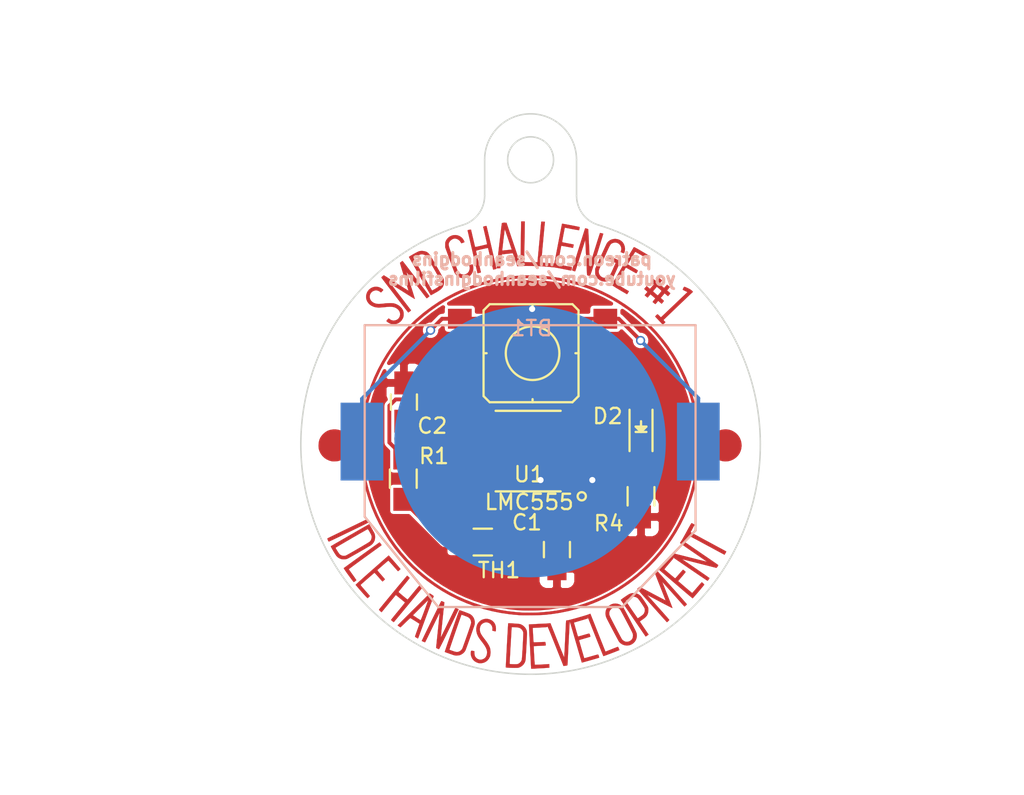
<source format=kicad_pcb>
(kicad_pcb (version 4) (host pcbnew 4.0.4-stable)
  (layers (0 F.Cu signal) (31 B.Cu signal) (34 B.Paste user) (35 F.Paste user) (36 B.SilkS user) (37 F.SilkS user) (38 B.Mask user) (39 F.Mask user) (44 Edge.Cuts user))
  (net 0 "")
  (net 1 GND)
  (net 2 +BATT)
  (net 3 "Net-(C1-Pad1)")
  (net 4 "Net-(C2-Pad1)")
  (net 5 "Net-(D2-Pad2)")
  (net 6 "Net-(D2-Pad1)")
  (net 7 "Net-(R1-Pad2)")
  (net 8 "Net-(R1-Pad1)")
  (module Capacitors_SMD:C_0805_HandSoldering (layer F.Cu) (at 132.79 100.11 270)
    (fp_text reference C1 (at -1.77 1.96 360) (layer F.SilkS))
    (fp_text value 47uF hide)
    (pad 1 smd rect (at -1.25 0 270) (size 1.5 1.25) (layers F.Cu F.Paste F.Mask) (net 3 "Net-(C1-Pad1)"))
    (pad 2 smd rect (at 1.25 0 270) (size 1.5 1.25) (layers F.Cu F.Paste F.Mask) (net 1 GND))
  )
  (module Capacitors_SMD:C_0805_HandSoldering (layer F.Cu) (at 122.8 90.48 90)
    (fp_text reference C2 (at -1.55 1.85 180) (layer F.SilkS))
    (fp_text value 10nF hide)
    (pad 1 smd rect (at -1.25 0 90) (size 1.5 1.25) (layers F.Cu F.Paste F.Mask) (net 4 "Net-(C2-Pad1)"))
    (pad 2 smd rect (at 1.25 0 90) (size 1.5 1.25) (layers F.Cu F.Paste F.Mask) (net 1 GND))
  )
  (module Resistors_SMD:R_0805_HandSoldering (layer F.Cu) (at 122.76 95.48 270)
    (fp_text reference R1 (at -1.47 -2 360) (layer F.SilkS))
    (fp_text value 15K hide)
    (pad 1 smd rect (at -1.35 0 270) (size 1.5 1.3) (layers F.Cu F.Paste F.Mask) (net 8 "Net-(R1-Pad1)"))
    (pad 2 smd rect (at 1.35 0 270) (size 1.5 1.3) (layers F.Cu F.Paste F.Mask) (net 7 "Net-(R1-Pad2)"))
  )
  (module Resistors_SMD:R_0805_HandSoldering (layer F.Cu) (at 127.95 99.62)
    (fp_text reference TH1 (at 1.06 1.84) (layer F.SilkS))
    (fp_text value TH_PTH hide)
    (pad 1 smd rect (at -1.35 0) (size 1.5 1.3) (layers F.Cu F.Paste F.Mask) (net 7 "Net-(R1-Pad2)"))
    (pad 2 smd rect (at 1.35 0) (size 1.5 1.3) (layers F.Cu F.Paste F.Mask) (net 3 "Net-(C1-Pad1)"))
  )
  (module idlehands_footprints:Button_CKN9112CT-ND (layer F.Cu) (at 131.2 87.29 180)
    (fp_text reference SW1 hide)
    (fp_text value SPST hide)
    (pad 1 smd rect (at 4.75 2.25 180) (size 1.55 1.3) (layers F.Cu F.Paste F.Mask) (net 2 +BATT))
    (pad 2 smd rect (at 4.75 -2.25 180) (size 1.55 1.3) (layers F.Cu F.Paste F.Mask) (net 8 "Net-(R1-Pad1)"))
    (pad 2 smd rect (at -4.75 -2.25 180) (size 1.55 1.3) (layers F.Cu F.Paste F.Mask) (net 8 "Net-(R1-Pad1)"))
    (pad 1 smd rect (at -4.75 2.25 180) (size 1.55 1.3) (layers F.Cu F.Paste F.Mask) (net 2 +BATT))
  )
  (module LEDs:LED-0805 (layer F.Cu) (at 138.28 92.08 90)
    (fp_text reference D2 (at 0.68 -2.18 180) (layer F.SilkS))
    (fp_text value LED hide)
    (pad 2 smd rect (at 1.04902 0 270) (size 1.19888 1.19888) (layers F.Cu F.Paste F.Mask) (net 5 "Net-(D2-Pad2)"))
    (pad 1 smd rect (at -1.04902 0 270) (size 1.19888 1.19888) (layers F.Cu F.Paste F.Mask) (net 6 "Net-(D2-Pad1)"))
  )
  (module Resistors_SMD:R_0805_HandSoldering (layer F.Cu) (at 138.28 96.63 270)
    (fp_text reference R4 (at 1.77 2.11 360) (layer F.SilkS))
    (fp_text value 1K hide)
    (pad 1 smd rect (at -1.35 0 270) (size 1.5 1.3) (layers F.Cu F.Paste F.Mask) (net 6 "Net-(D2-Pad1)"))
    (pad 2 smd rect (at 1.35 0 270) (size 1.5 1.3) (layers F.Cu F.Paste F.Mask) (net 1 GND))
  )
  (module idlehands_footprints:CoinCellHolder_SM (layer B.Cu) (at 131.04 93.06 180)
    (fp_text reference BT1 (at -0.1 7.4 180) (layer B.SilkS) (effects (justify mirror)))
    (fp_text value Battery)
    (pad 2 smd rect (at -10.98 0 180) (size 2.79 5.08) (layers B.Cu B.Paste B.Mask) (net 2 +BATT))
    (pad 1 smd circle (at 0 0 180) (size 17.72 17.72) (layers B.Cu B.Paste B.Mask) (net 1 GND))
    (pad 2 smd rect (at 10.98 0 180) (size 2.79 5.08) (layers B.Cu B.Paste B.Mask) (net 2 +BATT))
  )
  (module smd_challenge:smdc1_cu (layer F.Cu) (at 123.2 90.72)
    (fp_text reference LogoCu hide)
    (fp_text value CU hide)
    (fp_poly (pts (xy 11.778712 13.59484) (xy 11.795653 13.636958) (xy 11.822576 13.704288) (xy 11.858617 13.794657) (xy 11.902913 13.905893) (xy 11.954598 14.035826) (xy 12.012809 14.182282) (xy 12.076683 14.343092) (xy 12.145355 14.516082) (xy 12.21796 14.699082) (xy 12.263542 14.814017) (xy 12.338147 15.002106) (xy 12.40937 15.181555) (xy 12.476346 15.350188) (xy 12.538207 15.505827) (xy 12.594085 15.646294) (xy 12.643114 15.76941) (xy 12.684426 15.872998) (xy 12.717155 15.954879) (xy 12.740433 16.012877) (xy 12.753393 16.044813) (xy 12.755858 16.050561) (xy 12.771014 16.046145) (xy 12.811812 16.031316) (xy 12.874412 16.007551) (xy 12.954975 15.976326) (xy 13.049658 15.939116) (xy 13.154623 15.897397) (xy 13.159155 15.895586) (xy 13.265121 15.853429) (xy 13.361558 15.815445) (xy 13.444492 15.783169) (xy 13.509953 15.758134) (xy 13.553966 15.741874) (xy 13.572561 15.735923) (xy 13.572662 15.73592) (xy 13.583647 15.749159) (xy 13.601727 15.782933) (xy 13.622999 15.828325) (xy 13.643562 15.876421) (xy 13.659514 15.918304) (xy 13.666952 15.945058) (xy 13.666322 15.949933) (xy 13.645092 15.96055) (xy 13.599183 15.980122) (xy 13.532713 16.007088) (xy 13.449801 16.039889) (xy 13.354564 16.076967) (xy 13.251119 16.116761) (xy 13.143586 16.157713) (xy 13.036081 16.198262) (xy 12.932723 16.23685) (xy 12.83763 16.271918) (xy 12.754919 16.301905) (xy 12.688708 16.325253) (xy 12.643115 16.340402) (xy 12.622259 16.345793) (xy 12.621448 16.345605) (xy 12.613927 16.329111) (xy 12.595587 16.285192) (xy 12.567287 16.215989) (xy 12.529885 16.123642) (xy 12.484242 16.010294) (xy 12.431215 15.878086) (xy 12.371663 15.72916) (xy 12.306447 15.565655) (xy 12.236425 15.389715) (xy 12.162456 15.203481) (xy 12.094994 15.033318) (xy 12.018477 14.840298) (xy 11.945317 14.656032) (xy 11.876356 14.482623) (xy 11.812436 14.322176) (xy 11.754398 14.176792) (xy 11.703084 14.048576) (xy 11.659336 13.939631) (xy 11.623995 13.85206) (xy 11.597904 13.787967) (xy 11.581902 13.749454) (xy 11.576828 13.738399) (xy 11.578086 13.754539) (xy 11.585636 13.790849) (xy 11.590249 13.809751) (xy 11.598843 13.852701) (xy 11.600295 13.881313) (xy 11.598539 13.886233) (xy 11.581559 13.892749) (xy 11.537918 13.906812) (xy 11.471522 13.927241) (xy 11.386278 13.952852) (xy 11.286092 13.982462) (xy 11.174871 14.014889) (xy 11.14743 14.022826) (xy 11.034476 14.055526) (xy 10.931874 14.08538) (xy 10.843477 14.111255) (xy 10.773135 14.132019) (xy 10.7247 14.146537) (xy 10.702022 14.153679) (xy 10.700834 14.154174) (xy 10.704019 14.16955) (xy 10.71483 14.210851) (xy 10.731954 14.273493) (xy 10.754077 14.352895) (xy 10.779888 14.444474) (xy 10.808074 14.543646) (xy 10.83732 14.64583) (xy 10.866316 14.746443) (xy 10.893748 14.840902) (xy 10.918303 14.924625) (xy 10.938668 14.993028) (xy 10.953531 15.041529) (xy 10.961579 15.065547) (xy 10.962391 15.067213) (xy 10.978536 15.064928) (xy 11.020783 15.054776) (xy 11.084758 15.037924) (xy 11.166083 15.015541) (xy 11.260383 14.988796) (xy 11.313375 14.973472) (xy 11.414494 14.944337) (xy 11.506567 14.918369) (xy 11.584807 14.896875) (xy 11.644428 14.881158) (xy 11.680644 14.872523) (xy 11.688301 14.871277) (xy 11.70726 14.877784) (xy 11.724527 14.903249) (xy 11.743431 14.953118) (xy 11.74897 14.970578) (xy 11.763858 15.022631) (xy 11.772638 15.061399) (xy 11.773442 15.078288) (xy 11.756888 15.084386) (xy 11.714051 15.097863) (xy 11.649235 15.117431) (xy 11.566741 15.141802) (xy 11.470873 15.169687) (xy 11.402868 15.189246) (xy 11.300653 15.21868) (xy 11.209063 15.245366) (xy 11.132382 15.268031) (xy 11.074896 15.2854) (xy 11.04089 15.2962) (xy 11.033393 15.299105) (xy 11.036462 15.314912) (xy 11.047362 15.35718) (xy 11.06493 15.42188) (xy 11.088007 15.504982) (xy 11.115432 15.602455) (xy 11.146044 15.710269) (xy 11.178684 15.824395) (xy 11.212192 15.940802) (xy 11.245405 16.055459) (xy 11.277165 16.164337) (xy 11.30631 16.263406) (xy 11.331681 16.348636) (xy 11.352116 16.415995) (xy 11.366456 16.461455) (xy 11.37354 16.480984) (xy 11.373803 16.481354) (xy 11.390247 16.478906) (xy 11.433254 16.468571) (xy 11.49888 16.451404) (xy 11.583184 16.428464) (xy 11.682221 16.400809) (xy 11.79205 16.369494) (xy 11.807666 16.364993) (xy 11.920059 16.332753) (xy 12.023437 16.303477) (xy 12.113584 16.27833) (xy 12.186283 16.258474) (xy 12.237319 16.245075) (xy 12.262474 16.239296) (xy 12.263405 16.239182) (xy 12.281827 16.245031) (xy 12.298479 16.269841) (xy 12.316602 16.319033) (xy 12.322276 16.337558) (xy 12.33659 16.389719) (xy 12.344908 16.428565) (xy 12.345476 16.445428) (xy 12.328484 16.451942) (xy 12.285267 16.465692) (xy 12.219954 16.4855) (xy 12.136676 16.510189) (xy 12.039561 16.538581) (xy 11.932739 16.569498) (xy 11.820339 16.601763) (xy 11.706492 16.634198) (xy 11.595326 16.665626) (xy 11.490971 16.694868) (xy 11.397556 16.720748) (xy 11.319211 16.742087) (xy 11.260066 16.757708) (xy 11.224249 16.766434) (xy 11.215195 16.767761) (xy 11.209905 16.751847) (xy 11.196464 16.707586) (xy 11.175516 16.637178) (xy 11.147704 16.542827) (xy 11.11367 16.426734) (xy 11.074059 16.2911) (xy 11.029513 16.138128) (xy 10.980675 15.970018) (xy 10.928189 15.788974) (xy 10.872698 15.597197) (xy 10.823238 15.42597) (xy 10.765624 15.226608) (xy 10.710401 15.036) (xy 10.658219 14.856357) (xy 10.609726 14.689894) (xy 10.565571 14.538821) (xy 10.526404 14.405352) (xy 10.492874 14.291699) (xy 10.465628 14.200074) (xy 10.445318 14.132691) (xy 10.432591 14.09176) (xy 10.428217 14.079417) (xy 10.426056 14.093226) (xy 10.422536 14.136577) (xy 10.417779 14.207257) (xy 10.411907 14.303053) (xy 10.405044 14.421751) (xy 10.397313 14.561138) (xy 10.388834 14.719002) (xy 10.379733 14.893128) (xy 10.37013 15.081305) (xy 10.360149 15.281318) (xy 10.349912 15.490954) (xy 10.349379 15.502008) (xy 10.339158 15.712645) (xy 10.32927 15.914177) (xy 10.31983 16.104345) (xy 10.310957 16.280892) (xy 10.302766 16.441561) (xy 10.295376 16.584095) (xy 10.288902 16.706237) (xy 10.283463 16.80573) (xy 10.279175 16.880316) (xy 10.276156 16.927739) (xy 10.274522 16.945741) (xy 10.274492 16.945808) (xy 10.256807 16.953282) (xy 10.217677 16.961761) (xy 10.186738 16.96652) (xy 10.130026 16.974597) (xy 10.079707 16.982677) (xy 10.062383 16.985865) (xy 10.020088 16.994324) (xy 9.49637 15.678016) (xy 9.393863 15.420969) (xy 9.302254 15.192496) (xy 9.221597 14.992728) (xy 9.151946 14.821794) (xy 9.093354 14.679822) (xy 9.045875 14.566943) (xy 9.009562 14.483284) (xy 8.984469 14.428977) (xy 8.970649 14.404148) (xy 8.967755 14.403708) (xy 8.965447 14.417804) (xy 8.960047 14.42931) (xy 8.948403 14.43867) (xy 8.927361 14.446333) (xy 8.89377 14.452744) (xy 8.844478 14.458349) (xy 8.776332 14.463594) (xy 8.686179 14.468926) (xy 8.570868 14.474792) (xy 8.427247 14.481637) (xy 8.412359 14.482338) (xy 8.011013 14.501238) (xy 8.011114 14.54239) (xy 8.012101 14.581153) (xy 8.014735 14.642832) (xy 8.018719 14.722544) (xy 8.023753 14.815409) (xy 8.029541 14.916544) (xy 8.035782 15.021067) (xy 8.04218 15.124098) (xy 8.048434 15.220754) (xy 8.054248 15.306154) (xy 8.059322 15.375416) (xy 8.063358 15.423658) (xy 8.066059 15.445999) (xy 8.066407 15.446924) (xy 8.083683 15.448195) (xy 8.128211 15.447794) (xy 8.195505 15.445868) (xy 8.281081 15.442561) (xy 8.380453 15.438018) (xy 8.448758 15.434553) (xy 8.55468 15.429363) (xy 8.649765 15.425437) (xy 8.729503 15.422901) (xy 8.789382 15.42188) (xy 8.824892 15.422502) (xy 8.83273 15.423802) (xy 8.838282 15.443076) (xy 8.844278 15.485088) (xy 8.84944 15.540833) (xy 8.849535 15.542146) (xy 8.85736 15.65151) (xy 8.692478 15.661599) (xy 8.610996 15.666333) (xy 8.510429 15.671801) (xy 8.403451 15.677331) (xy 8.302737 15.682252) (xy 8.301095 15.682329) (xy 8.074593 15.69297) (xy 8.075303 15.766103) (xy 8.076541 15.814908) (xy 8.079377 15.886038) (xy 8.083553 15.97516) (xy 8.088812 16.077938) (xy 8.094894 16.190038) (xy 8.101542 16.307125) (xy 8.108497 16.424864) (xy 8.1155 16.538921) (xy 8.122293 16.64496) (xy 8.128618 16.738648) (xy 8.134217 16.815649) (xy 8.13883 16.871628) (xy 8.142201 16.902251) (xy 8.14329 16.906661) (xy 8.160822 16.90829) (xy 8.205116 16.908331) (xy 8.271198 16.906995) (xy 8.35409 16.904491) (xy 8.448817 16.901028) (xy 8.550402 16.896815) (xy 8.653871 16.892062) (xy 8.754246 16.886977) (xy 8.846551 16.881771) (xy 8.925812 16.876651) (xy 8.98705 16.871828) (xy 8.99911 16.870678) (xy 9.089146 16.861649) (xy 9.094856 16.97829) (xy 9.097148 17.03561) (xy 9.097918 17.079072) (xy 9.097035 17.100288) (xy 9.096788 17.100981) (xy 9.080825 17.103065) (xy 9.037467 17.106542) (xy 8.971067 17.111162) (xy 8.885976 17.116673) (xy 8.786547 17.122826) (xy 8.677132 17.129371) (xy 8.562083 17.136055) (xy 8.445752 17.142631) (xy 8.332493 17.148846) (xy 8.226656 17.15445) (xy 8.132595 17.159193) (xy 8.054661 17.162825) (xy 7.997208 17.165095) (xy 7.971276 17.165743) (xy 7.907697 17.166448) (xy 7.832323 15.725192) (xy 7.821332 15.514199) (xy 7.810906 15.312419) (xy 7.801155 15.122089) (xy 7.792191 14.945448) (xy 7.784124 14.784732) (xy 7.777064 14.642181) (xy 7.771123 14.520033) (xy 7.766412 14.420524) (xy 7.76304 14.345894) (xy 7.762367 14.329224) (xy 8.948811 14.329224) (xy 8.956758 14.337171) (xy 8.964705 14.329224) (xy 8.956758 14.321276) (xy 8.948811 14.329224) (xy 7.762367 14.329224) (xy 7.76112 14.298381) (xy 7.760761 14.280221) (xy 7.760796 14.280108) (xy 7.77707 14.278256) (xy 7.820807 14.275073) (xy 7.887718 14.270791) (xy 7.973513 14.265644) (xy 8.073905 14.259866) (xy 8.184603 14.253691) (xy 8.301321 14.247351) (xy 8.419768 14.24108) (xy 8.535657 14.235113) (xy 8.644698 14.229681) (xy 8.742602 14.22502) (xy 8.825081 14.221363) (xy 8.877284 14.219309) (xy 8.954999 14.215784) (xy 9.02656 14.211216) (xy 9.082528 14.206278) (xy 9.107759 14.202891) (xy 9.163391 14.192732) (xy 9.608326 15.313339) (xy 9.679495 15.492137) (xy 9.747388 15.661838) (xy 9.811086 15.820198) (xy 9.86967 15.964973) (xy 9.922221 16.09392) (xy 9.967822 16.204794) (xy 10.005552 16.295353) (xy 10.034493 16.363352) (xy 10.053727 16.406548) (xy 10.062334 16.422696) (xy 10.062618 16.422699) (xy 10.064915 16.405323) (xy 10.068496 16.358792) (xy 10.073221 16.285709) (xy 10.078945 16.188676) (xy 10.085526 16.070297) (xy 10.092822 15.933174) (xy 10.10069 15.779909) (xy 10.108987 15.613107) (xy 10.117572 15.435368) (xy 10.12289 15.322653) (xy 10.131664 15.136385) (xy 10.140232 14.957077) (xy 10.148448 14.787639) (xy 10.156165 14.630984) (xy 10.163236 14.490023) (xy 10.169514 14.367668) (xy 10.174853 14.266831) (xy 10.179105 14.190422) (xy 10.182124 14.141354) (xy 10.183152 14.127672) (xy 10.1925 14.02149) (xy 10.305793 14.004583) (xy 10.352767 13.995327) (xy 10.425611 13.97812) (xy 10.519773 13.954246) (xy 10.630703 13.924985) (xy 10.753851 13.891621) (xy 10.884665 13.855436) (xy 11.018596 13.817712) (xy 11.151093 13.779732) (xy 11.277605 13.742777) (xy 11.393582 13.708131) (xy 11.415527 13.701376) (xy 11.555569 13.701376) (xy 11.561385 13.71446) (xy 11.566166 13.711973) (xy 11.568068 13.693109) (xy 11.566166 13.69078) (xy 11.556716 13.692962) (xy 11.555569 13.701376) (xy 11.415527 13.701376) (xy 11.494474 13.677075) (xy 11.575729 13.650891) (xy 11.632798 13.630863) (xy 11.635043 13.630005) (xy 11.694543 13.607428) (xy 11.741251 13.590286) (xy 11.768441 13.58102) (xy 11.772617 13.580104) (xy 11.778712 13.59484)) (layer F.Cu) (width 0.01))
    (fp_poly (pts (xy 6.47026 14.201282) (xy 6.536987 14.203971) (xy 6.621866 14.208094) (xy 6.720375 14.213457) (xy 6.779984 14.216939) (xy 6.928712 14.226853) (xy 7.046793 14.237006) (xy 7.135369 14.247522) (xy 7.195582 14.258527) (xy 7.21627 14.264558) (xy 7.327823 14.319221) (xy 7.430704 14.396837) (xy 7.517641 14.490631) (xy 7.581356 14.593826) (xy 7.589501 14.612167) (xy 7.602031 14.6432) (xy 7.612489 14.673169) (xy 7.620895 14.704826) (xy 7.62727 14.740922) (xy 7.631635 14.784211) (xy 7.634009 14.837445) (xy 7.634413 14.903376) (xy 7.632868 14.984757) (xy 7.629395 15.08434) (xy 7.624013 15.204878) (xy 7.616742 15.349123) (xy 7.607605 15.519827) (xy 7.597596 15.702063) (xy 7.588158 15.86871) (xy 7.578717 16.027373) (xy 7.569491 16.174926) (xy 7.560695 16.308243) (xy 7.552546 16.424198) (xy 7.545261 16.519667) (xy 7.539057 16.591523) (xy 7.534151 16.636641) (xy 7.531911 16.649608) (xy 7.481232 16.779941) (xy 7.404108 16.894583) (xy 7.303434 16.990079) (xy 7.18767 17.060369) (xy 7.142897 17.080844) (xy 7.10509 17.094957) (xy 7.066538 17.103976) (xy 7.019533 17.109171) (xy 6.956364 17.111808) (xy 6.869322 17.113156) (xy 6.866583 17.113186) (xy 6.762478 17.113001) (xy 6.646337 17.110675) (xy 6.533743 17.10662) (xy 6.455717 17.102342) (xy 6.380199 17.096769) (xy 6.316988 17.091174) (xy 6.27241 17.086182) (xy 6.252792 17.082422) (xy 6.252515 17.082219) (xy 6.252373 17.065778) (xy 6.253903 17.02033) (xy 6.256957 16.948607) (xy 6.261386 16.853339) (xy 6.262473 16.831016) (xy 6.501001 16.831016) (xy 6.505191 16.849462) (xy 6.522622 16.860202) (xy 6.560589 16.866235) (xy 6.592396 16.868604) (xy 6.710311 16.874487) (xy 6.818038 16.876956) (xy 6.910149 16.87606) (xy 6.981215 16.871845) (xy 7.024253 16.864822) (xy 7.11544 16.823036) (xy 7.195884 16.756053) (xy 7.259357 16.670143) (xy 7.293008 16.594242) (xy 7.297834 16.566179) (xy 7.303811 16.510119) (xy 7.310733 16.429728) (xy 7.318398 16.32867) (xy 7.326604 16.210611) (xy 7.335147 16.079214) (xy 7.343824 15.938145) (xy 7.352433 15.791068) (xy 7.360769 15.641647) (xy 7.368631 15.493548) (xy 7.375815 15.350436) (xy 7.382117 15.215974) (xy 7.387336 15.093828) (xy 7.391269 14.987662) (xy 7.393711 14.901141) (xy 7.39446 14.83793) (xy 7.393313 14.801693) (xy 7.392586 14.796704) (xy 7.352812 14.690054) (xy 7.286671 14.599367) (xy 7.19731 14.528798) (xy 7.183729 14.521087) (xy 7.148259 14.503327) (xy 7.112813 14.490267) (xy 7.070588 14.480608) (xy 7.014785 14.473049) (xy 6.938602 14.466287) (xy 6.872421 14.461532) (xy 6.79035 14.45632) (xy 6.720303 14.452647) (xy 6.668027 14.450754) (xy 6.639274 14.450881) (xy 6.63559 14.451601) (xy 6.634017 14.467709) (xy 6.630885 14.512558) (xy 6.626364 14.583147) (xy 6.620624 14.676472) (xy 6.613835 14.789532) (xy 6.606166 14.919326) (xy 6.597787 15.062852) (xy 6.588869 15.217107) (xy 6.57958 15.37909) (xy 6.57009 15.545799) (xy 6.560571 15.714232) (xy 6.55119 15.881388) (xy 6.542118 16.044264) (xy 6.533525 16.199858) (xy 6.525581 16.34517) (xy 6.518455 16.477196) (xy 6.512318 16.592935) (xy 6.507338 16.689385) (xy 6.503686 16.763545) (xy 6.501532 16.812412) (xy 6.501001 16.831016) (xy 6.262473 16.831016) (xy 6.267042 16.737259) (xy 6.273774 16.603096) (xy 6.281436 16.453582) (xy 6.289878 16.291448) (xy 6.298952 16.119424) (xy 6.308508 15.940243) (xy 6.318399 15.756635) (xy 6.328476 15.571332) (xy 6.338589 15.387063) (xy 6.34859 15.206561) (xy 6.358331 15.032556) (xy 6.367663 14.867779) (xy 6.376437 14.714962) (xy 6.384505 14.576836) (xy 6.391718 14.456131) (xy 6.397926 14.355579) (xy 6.402983 14.277911) (xy 6.406738 14.225858) (xy 6.409043 14.20215) (xy 6.409362 14.200984) (xy 6.42621 14.200221) (xy 6.47026 14.201282)) (layer F.Cu) (width 0.01))
    (fp_poly (pts (xy 5.067358 13.91524) (xy 5.196505 13.946062) (xy 5.319651 14.004036) (xy 5.397116 14.058823) (xy 5.487796 14.153179) (xy 5.553989 14.266419) (xy 5.594669 14.395979) (xy 5.608813 14.539292) (xy 5.607662 14.585852) (xy 5.603481 14.64761) (xy 5.598422 14.696318) (xy 5.593384 14.723942) (xy 5.591882 14.727058) (xy 5.573178 14.727901) (xy 5.532555 14.721662) (xy 5.478744 14.70969) (xy 5.477843 14.709464) (xy 5.372637 14.683037) (xy 5.382201 14.601499) (xy 5.38113 14.495609) (xy 5.351178 14.394416) (xy 5.304696 14.312165) (xy 5.232071 14.231736) (xy 5.142957 14.175017) (xy 5.043211 14.143506) (xy 4.938694 14.138697) (xy 4.835263 14.162088) (xy 4.792302 14.181334) (xy 4.694137 14.247505) (xy 4.622692 14.329874) (xy 4.577182 14.429799) (xy 4.556821 14.548644) (xy 4.555487 14.591489) (xy 4.558781 14.668373) (xy 4.570271 14.740557) (xy 4.592042 14.81231) (xy 4.626176 14.887901) (xy 4.674757 14.971601) (xy 4.739867 15.06768) (xy 4.823589 15.180407) (xy 4.87549 15.247429) (xy 4.997389 15.410465) (xy 5.093947 15.555664) (xy 5.165621 15.683766) (xy 5.212864 15.795516) (xy 5.215003 15.801937) (xy 5.239433 15.904192) (xy 5.252515 16.020391) (xy 5.254246 16.140384) (xy 5.244623 16.254022) (xy 5.223644 16.351157) (xy 5.215153 16.375517) (xy 5.147268 16.5109) (xy 5.059201 16.62263) (xy 4.952549 16.709496) (xy 4.828909 16.770284) (xy 4.689878 16.803783) (xy 4.644876 16.808368) (xy 4.567228 16.809217) (xy 4.491792 16.802261) (xy 4.45851 16.795685) (xy 4.321509 16.745412) (xy 4.203264 16.670671) (xy 4.106038 16.573871) (xy 4.032093 16.457417) (xy 3.983691 16.323719) (xy 3.974504 16.280687) (xy 3.966335 16.209019) (xy 3.965626 16.134258) (xy 3.971808 16.066742) (xy 3.984309 16.016808) (xy 3.989667 16.006043) (xy 4.003175 15.995941) (xy 4.030737 15.994195) (xy 4.079426 16.000744) (xy 4.103127 16.005052) (xy 4.204192 16.024117) (xy 4.204192 16.154205) (xy 4.20996 16.253909) (xy 4.229654 16.333061) (xy 4.26686 16.401172) (xy 4.320791 16.463411) (xy 4.406915 16.528479) (xy 4.504773 16.566952) (xy 4.6087 16.578841) (xy 4.713035 16.564157) (xy 4.812113 16.522914) (xy 4.893038 16.462211) (xy 4.953501 16.390065) (xy 4.99543 16.304157) (xy 5.022214 16.19998) (xy 5.031694 16.100905) (xy 5.023042 16.001077) (xy 4.994927 15.897123) (xy 4.946017 15.785665) (xy 4.874981 15.663332) (xy 4.780487 15.526746) (xy 4.730286 15.460162) (xy 4.652223 15.358334) (xy 4.5908 15.276833) (xy 4.542883 15.211096) (xy 4.505337 15.156559) (xy 4.475027 15.108659) (xy 4.448819 15.062832) (xy 4.423577 15.014516) (xy 4.422022 15.011432) (xy 4.363224 14.864489) (xy 4.330548 14.712447) (xy 4.324126 14.560637) (xy 4.344095 14.414389) (xy 4.390588 14.279034) (xy 4.402906 14.254075) (xy 4.47939 14.139395) (xy 4.575207 14.046893) (xy 4.686134 13.977397) (xy 4.80795 13.931737) (xy 4.936432 13.910741) (xy 5.067358 13.91524)) (layer F.Cu) (width 0.01))
    (fp_poly (pts (xy 3.231154 13.351122) (xy 3.23473 13.351689) (xy 3.262801 13.357392) (xy 3.314771 13.373119) (xy 3.385142 13.396797) (xy 3.468414 13.426354) (xy 3.55909 13.459717) (xy 3.65167 13.494813) (xy 3.740655 13.529571) (xy 3.820546 13.561917) (xy 3.885845 13.589779) (xy 3.931053 13.611085) (xy 3.946272 13.619876) (xy 4.055275 13.711642) (xy 4.13638 13.817027) (xy 4.191571 13.938806) (xy 4.203597 13.979815) (xy 4.224514 14.101938) (xy 4.224344 14.219957) (xy 4.210678 14.297434) (xy 4.199388 14.334427) (xy 4.178863 14.396756) (xy 4.150351 14.480908) (xy 4.115102 14.583367) (xy 4.074362 14.700619) (xy 4.029382 14.829149) (xy 3.981409 14.965442) (xy 3.931692 15.105983) (xy 3.881479 15.247257) (xy 3.83202 15.385749) (xy 3.784562 15.517945) (xy 3.740354 15.640331) (xy 3.700645 15.74939) (xy 3.666684 15.841608) (xy 3.639718 15.91347) (xy 3.620996 15.961463) (xy 3.613101 15.979707) (xy 3.547164 16.078604) (xy 3.456915 16.166644) (xy 3.349562 16.23708) (xy 3.325217 16.249145) (xy 3.263936 16.275358) (xy 3.209093 16.291427) (xy 3.147508 16.300275) (xy 3.075657 16.304469) (xy 3.023608 16.306057) (xy 2.980611 16.305432) (xy 2.940335 16.301226) (xy 2.896448 16.29207) (xy 2.842619 16.276594) (xy 2.772515 16.253429) (xy 2.679806 16.221206) (xy 2.66239 16.215096) (xy 2.571121 16.183068) (xy 2.486485 16.15337) (xy 2.414603 16.128149) (xy 2.361593 16.109553) (xy 2.336545 16.100769) (xy 2.296724 16.08519) (xy 2.270915 16.072158) (xy 2.268876 16.070605) (xy 2.272238 16.054366) (xy 2.285491 16.010334) (xy 2.307898 15.940677) (xy 2.312257 15.927507) (xy 2.570279 15.927507) (xy 2.570337 15.928385) (xy 2.589286 15.93784) (xy 2.632625 15.955101) (xy 2.694563 15.977988) (xy 2.76931 16.00432) (xy 2.797569 16.013994) (xy 2.900439 16.047352) (xy 2.980861 16.068644) (xy 3.045617 16.078301) (xy 3.101489 16.076753) (xy 3.15526 16.064431) (xy 3.213712 16.041766) (xy 3.216356 16.040601) (xy 3.289599 15.996469) (xy 3.357095 15.935297) (xy 3.40665 15.868305) (xy 3.409593 15.8628) (xy 3.419201 15.839518) (xy 3.438233 15.789208) (xy 3.465616 15.714847) (xy 3.500274 15.619412) (xy 3.541133 15.505882) (xy 3.587119 15.377234) (xy 3.637159 15.236446) (xy 3.690177 15.086495) (xy 3.711132 15.027019) (xy 3.774287 14.84714) (xy 3.827439 14.694609) (xy 3.871393 14.56688) (xy 3.906956 14.461406) (xy 3.934931 14.375639) (xy 3.956125 14.307033) (xy 3.971343 14.25304) (xy 3.98139 14.211113) (xy 3.987073 14.178706) (xy 3.989195 14.15327) (xy 3.989263 14.14742) (xy 3.974179 14.038451) (xy 3.931979 13.939776) (xy 3.865904 13.856835) (xy 3.779198 13.795066) (xy 3.779133 13.795032) (xy 3.74601 13.780111) (xy 3.694412 13.759259) (xy 3.630867 13.73485) (xy 3.561904 13.709255) (xy 3.49405 13.684847) (xy 3.433836 13.663998) (xy 3.387789 13.649081) (xy 3.362438 13.642467) (xy 3.359619 13.642592) (xy 3.351947 13.659816) (xy 3.33511 13.704078) (xy 3.310082 13.772556) (xy 3.277838 13.862427) (xy 3.239353 13.970866) (xy 3.195601 14.095051) (xy 3.147558 14.232158) (xy 3.096199 14.379365) (xy 3.042498 14.533848) (xy 2.98743 14.692783) (xy 2.931969 14.853348) (xy 2.877092 15.012719) (xy 2.823773 15.168073) (xy 2.772986 15.316587) (xy 2.725706 15.455438) (xy 2.682909 15.581802) (xy 2.645569 15.692856) (xy 2.614661 15.785776) (xy 2.59116 15.857741) (xy 2.576041 15.905925) (xy 2.570279 15.927507) (xy 2.312257 15.927507) (xy 2.338722 15.847562) (xy 2.377224 15.733158) (xy 2.422669 15.599631) (xy 2.474319 15.44915) (xy 2.531437 15.283882) (xy 2.593285 15.105995) (xy 2.659126 14.917656) (xy 2.718188 14.749527) (xy 2.801472 14.512933) (xy 2.874828 14.304534) (xy 2.938913 14.122549) (xy 2.994385 13.965198) (xy 3.041903 13.830699) (xy 3.082124 13.717273) (xy 3.115707 13.623139) (xy 3.143308 13.546516) (xy 3.165587 13.485623) (xy 3.183201 13.438681) (xy 3.196808 13.403909) (xy 3.207066 13.379525) (xy 3.214634 13.36375) (xy 3.220168 13.354803) (xy 3.224328 13.350903) (xy 3.22777 13.350269) (xy 3.231154 13.351122)) (layer F.Cu) (width 0.01))
    (fp_poly (pts (xy 2.103386 12.768814) (xy 2.146908 12.787948) (xy 2.243726 12.834223) (xy 2.234726 12.898244) (xy 2.23027 12.934073) (xy 2.223171 12.996423) (xy 2.213748 13.082194) (xy 2.202318 13.188284) (xy 2.189201 13.311593) (xy 2.174716 13.449018) (xy 2.159181 13.59746) (xy 2.142915 13.753816) (xy 2.126237 13.914986) (xy 2.109465 14.077868) (xy 2.092918 14.239362) (xy 2.076915 14.396366) (xy 2.061775 14.545779) (xy 2.047817 14.684501) (xy 2.035358 14.809429) (xy 2.024718 14.917463) (xy 2.016216 15.005502) (xy 2.01017 15.070444) (xy 2.006899 15.109189) (xy 2.006457 15.119184) (xy 2.013954 15.107543) (xy 2.034163 15.069581) (xy 2.065942 15.00759) (xy 2.108149 14.92386) (xy 2.159644 14.820684) (xy 2.219285 14.700352) (xy 2.285931 14.565157) (xy 2.35844 14.417391) (xy 2.435672 14.259343) (xy 2.47968 14.169007) (xy 2.559288 14.00565) (xy 2.634965 13.85081) (xy 2.705545 13.706842) (xy 2.769865 13.576101) (xy 2.826758 13.460944) (xy 2.87506 13.363725) (xy 2.913604 13.2868) (xy 2.941226 13.232525) (xy 2.95676 13.203255) (xy 2.959691 13.198688) (xy 2.97864 13.201385) (xy 3.018049 13.214972) (xy 3.069717 13.236589) (xy 3.074467 13.238731) (xy 3.17805 13.285698) (xy 3.068016 13.513406) (xy 2.936638 13.784919) (xy 2.809917 14.04609) (xy 2.68852 14.295573) (xy 2.573114 14.532025) (xy 2.464362 14.754102) (xy 2.362933 14.960462) (xy 2.269492 15.149759) (xy 2.184704 15.320651) (xy 2.109236 15.471793) (xy 2.043754 15.601843) (xy 1.988924 15.709456) (xy 1.945411 15.793288) (xy 1.913883 15.851996) (xy 1.895004 15.884237) (xy 1.889879 15.890359) (xy 1.86423 15.885348) (xy 1.821784 15.868805) (xy 1.788172 15.852657) (xy 1.744045 15.829553) (xy 1.713241 15.812932) (xy 1.704099 15.807532) (xy 1.704966 15.791477) (xy 1.708937 15.746311) (xy 1.715759 15.674539) (xy 1.72518 15.578661) (xy 1.736949 15.461179) (xy 1.750812 15.324598) (xy 1.766518 15.171417) (xy 1.783815 15.004141) (xy 1.80245 14.825271) (xy 1.819512 14.662566) (xy 1.839096 14.475619) (xy 1.857539 14.298062) (xy 1.874593 14.132399) (xy 1.890005 13.981139) (xy 1.903526 13.846786) (xy 1.914905 13.731847) (xy 1.923891 13.638829) (xy 1.930234 13.570237) (xy 1.933683 13.528579) (xy 1.934137 13.516198) (xy 1.926462 13.52918) (xy 1.906074 13.568447) (xy 1.87412 13.631675) (xy 1.831751 13.716541) (xy 1.780118 13.820724) (xy 1.720368 13.941898) (xy 1.653652 14.077743) (xy 1.58112 14.225934) (xy 1.50392 14.384149) (xy 1.462908 14.46839) (xy 1.383514 14.631431) (xy 1.308044 14.786106) (xy 1.23767 14.93003) (xy 1.173564 15.060824) (xy 1.116898 15.176103) (xy 1.068844 15.273487) (xy 1.030573 15.350592) (xy 1.003258 15.405037) (xy 0.988071 15.43444) (xy 0.985404 15.438991) (xy 0.966329 15.439251) (xy 0.926836 15.427858) (xy 0.875022 15.407215) (xy 0.868396 15.404247) (xy 0.763049 15.35648) (xy 0.832573 15.208434) (xy 0.86096 15.148609) (xy 0.90006 15.067136) (xy 0.948639 14.966533) (xy 1.00546 14.849322) (xy 1.069289 14.718019) (xy 1.13889 14.575145) (xy 1.213026 14.42322) (xy 1.290463 14.264761) (xy 1.369965 14.102288) (xy 1.450295 13.938321) (xy 1.530219 13.775378) (xy 1.608501 13.61598) (xy 1.683905 13.462644) (xy 1.755196 13.317891) (xy 1.821138 13.184239) (xy 1.880494 13.064208) (xy 1.932031 12.960316) (xy 1.974511 12.875084) (xy 2.0067 12.811029) (xy 2.027362 12.770673) (xy 2.035165 12.7566) (xy 2.058092 12.754712) (xy 2.103386 12.768814)) (layer F.Cu) (width 0.01))
    (fp_poly (pts (xy 13.535441 12.926675) (xy 13.660358 12.966139) (xy 13.774342 13.027161) (xy 13.870735 13.107263) (xy 13.913609 13.158239) (xy 13.931141 13.186234) (xy 13.961744 13.239571) (xy 14.003863 13.315368) (xy 14.055936 13.410743) (xy 14.116407 13.522815) (xy 14.183716 13.648703) (xy 14.256305 13.785525) (xy 14.332615 13.930401) (xy 14.373847 14.009105) (xy 14.463289 14.180419) (xy 14.538997 14.326142) (xy 14.602162 14.448756) (xy 14.65397 14.550741) (xy 14.69561 14.634576) (xy 14.728269 14.702743) (xy 14.753136 14.757723) (xy 14.771399 14.801995) (xy 14.784245 14.83804) (xy 14.792862 14.868338) (xy 14.798439 14.895371) (xy 14.798514 14.895814) (xy 14.807463 15.035876) (xy 14.788067 15.168294) (xy 14.74331 15.290346) (xy 14.676178 15.399312) (xy 14.589654 15.492471) (xy 14.486723 15.567102) (xy 14.37037 15.620485) (xy 14.243579 15.6499) (xy 14.109335 15.652625) (xy 13.991142 15.631802) (xy 13.864347 15.584346) (xy 13.75387 15.516128) (xy 13.665321 15.43088) (xy 13.641463 15.399058) (xy 13.626402 15.373797) (xy 13.598375 15.323604) (xy 13.559107 15.251739) (xy 13.510326 15.161462) (xy 13.453759 15.056031) (xy 13.39113 14.938706) (xy 13.324167 14.812746) (xy 13.254596 14.68141) (xy 13.184143 14.547958) (xy 13.114535 14.41565) (xy 13.047498 14.287743) (xy 12.984759 14.167498) (xy 12.928043 14.058174) (xy 12.879077 13.963031) (xy 12.839588 13.885326) (xy 12.837745 13.881662) (xy 12.784315 13.74418) (xy 12.759983 13.60653) (xy 12.762022 13.520926) (xy 13.004038 13.520926) (xy 13.005223 13.588916) (xy 13.007109 13.612686) (xy 13.010476 13.636109) (xy 13.016511 13.661724) (xy 13.0264 13.692071) (xy 13.041329 13.729689) (xy 13.062485 13.777116) (xy 13.091054 13.836892) (xy 13.128222 13.911556) (xy 13.175175 14.003647) (xy 13.233099 14.115704) (xy 13.303181 14.250266) (xy 13.386608 14.409873) (xy 13.406784 14.448435) (xy 13.482843 14.593408) (xy 13.55549 14.731144) (xy 13.623211 14.858824) (xy 13.684493 14.973628) (xy 13.737823 15.072737) (xy 13.781688 15.153332) (xy 13.814574 15.212594) (xy 13.834969 15.247704) (xy 13.839574 15.254745) (xy 13.886695 15.302616) (xy 13.952403 15.349319) (xy 14.024232 15.386876) (xy 14.072235 15.403646) (xy 14.158798 15.41207) (xy 14.253671 15.398729) (xy 14.344013 15.365593) (xy 14.353706 15.360508) (xy 14.445292 15.295088) (xy 14.509695 15.21325) (xy 14.546994 15.114844) (xy 14.557268 14.99972) (xy 14.556519 14.981633) (xy 14.55489 14.956641) (xy 14.552211 14.933105) (xy 14.547295 14.908464) (xy 14.538953 14.880158) (xy 14.525997 14.845626) (xy 14.507239 14.802308) (xy 14.481489 14.747644) (xy 14.447561 14.679072) (xy 14.404266 14.594032) (xy 14.350414 14.489964) (xy 14.284819 14.364307) (xy 14.206292 14.214501) (xy 14.156285 14.119221) (xy 14.07997 13.974274) (xy 14.00683 13.836201) (xy 13.938422 13.707883) (xy 13.876302 13.592201) (xy 13.822028 13.492035) (xy 13.777154 13.410268) (xy 13.743239 13.34978) (xy 13.721838 13.313453) (xy 13.717139 13.306344) (xy 13.652203 13.241855) (xy 13.567352 13.193865) (xy 13.471118 13.164683) (xy 13.372031 13.156617) (xy 13.278623 13.171978) (xy 13.254102 13.181023) (xy 13.172384 13.230114) (xy 13.098716 13.300778) (xy 13.043195 13.382862) (xy 13.034055 13.402284) (xy 13.012663 13.462434) (xy 13.004038 13.520926) (xy 12.762022 13.520926) (xy 12.763186 13.47211) (xy 12.792357 13.344318) (xy 12.845934 13.22655) (xy 12.922352 13.122204) (xy 13.020046 13.034679) (xy 13.137452 12.96737) (xy 13.273006 12.923677) (xy 13.279453 12.922332) (xy 13.406253 12.911247) (xy 13.535441 12.926675)) (layer F.Cu) (width 0.01))
    (fp_poly (pts (xy 1.350005 12.292093) (xy 1.387081 12.315141) (xy 1.410463 12.326814) (xy 1.414643 12.326696) (xy 1.424069 12.329918) (xy 1.442804 12.346339) (xy 1.478665 12.377086) (xy 1.508717 12.398847) (xy 1.546468 12.423539) (xy 1.06817 13.719145) (xy 0.995721 13.915378) (xy 0.925834 14.104647) (xy 0.859374 14.284606) (xy 0.797209 14.452911) (xy 0.740206 14.607214) (xy 0.689229 14.745172) (xy 0.645148 14.864438) (xy 0.608827 14.962667) (xy 0.581134 15.037514) (xy 0.562935 15.086633) (xy 0.556059 15.105122) (xy 0.536627 15.152649) (xy 0.520148 15.18523) (xy 0.511467 15.195087) (xy 0.493409 15.186936) (xy 0.45703 15.166092) (xy 0.415594 15.140459) (xy 0.370264 15.111178) (xy 0.336646 15.088723) (xy 0.323054 15.07879) (xy 0.326375 15.062534) (xy 0.339463 15.020347) (xy 0.360993 14.956088) (xy 0.389644 14.87362) (xy 0.42409 14.776804) (xy 0.463008 14.6695) (xy 0.468457 14.654627) (xy 0.507941 14.546418) (xy 0.543309 14.448408) (xy 0.573215 14.364414) (xy 0.596313 14.298255) (xy 0.611256 14.25375) (xy 0.616698 14.234717) (xy 0.616629 14.234305) (xy 0.591699 14.216974) (xy 0.546592 14.187398) (xy 0.486066 14.148547) (xy 0.414879 14.103395) (xy 0.337787 14.054911) (xy 0.259549 14.006068) (xy 0.184923 13.959837) (xy 0.118665 13.919189) (xy 0.065534 13.887096) (xy 0.030286 13.86653) (xy 0.017856 13.860325) (xy 0.002752 13.871018) (xy -0.031869 13.901179) (xy -0.082912 13.94793) (xy -0.147281 14.008395) (xy -0.221881 14.079698) (xy -0.303616 14.15896) (xy -0.307064 14.162328) (xy -0.388738 14.241774) (xy -0.463052 14.313397) (xy -0.526974 14.37433) (xy -0.577474 14.421704) (xy -0.61152 14.452652) (xy -0.626081 14.464305) (xy -0.626236 14.46433) (xy -0.644892 14.456077) (xy -0.679618 14.435147) (xy -0.721976 14.407283) (xy -0.763529 14.378227) (xy -0.795839 14.353723) (xy -0.810471 14.339513) (xy -0.810639 14.338814) (xy -0.804821 14.331299) (xy -0.786856 14.311904) (xy -0.755981 14.279867) (xy -0.711429 14.234423) (xy -0.652436 14.174808) (xy -0.578236 14.100259) (xy -0.488065 14.010011) (xy -0.381157 13.9033) (xy -0.256748 13.779363) (xy -0.157009 13.680148) (xy 0.188311 13.680148) (xy 0.431921 13.840421) (xy 0.510342 13.891505) (xy 0.580138 13.936009) (xy 0.636796 13.971133) (xy 0.675802 13.994075) (xy 0.692387 14.002036) (xy 0.70122 13.987883) (xy 0.719695 13.946857) (xy 0.746621 13.881972) (xy 0.780808 13.796243) (xy 0.821065 13.692685) (xy 0.866203 13.574311) (xy 0.91503 13.444137) (xy 0.950359 13.34872) (xy 1.00056 13.212059) (xy 1.047028 13.084872) (xy 1.088671 12.970196) (xy 1.124396 12.87107) (xy 1.153114 12.790531) (xy 1.173732 12.731617) (xy 1.18516 12.697367) (xy 1.187111 12.689698) (xy 1.175345 12.699656) (xy 1.143429 12.729898) (xy 1.093646 12.778182) (xy 1.028277 12.842264) (xy 0.949603 12.919902) (xy 0.859907 13.008854) (xy 0.761469 13.106876) (xy 0.68553 13.182742) (xy 0.188311 13.680148) (xy -0.157009 13.680148) (xy -0.114071 13.637436) (xy 0.047637 13.476754) (xy 0.229141 13.296554) (xy 0.431208 13.096072) (xy 0.654602 12.874544) (xy 0.8215 12.709096) (xy 1.285367 12.249318) (xy 1.350005 12.292093)) (layer F.Cu) (width 0.01))
    (fp_poly (pts (xy 14.667689 12.232706) (xy 14.795627 12.259909) (xy 14.915331 12.310893) (xy 15.020605 12.384817) (xy 15.040004 12.402888) (xy 15.076147 12.443521) (xy 15.124352 12.505271) (xy 15.181187 12.582983) (xy 15.243216 12.671503) (xy 15.307007 12.765678) (xy 15.369126 12.860353) (xy 15.426138 12.950375) (xy 15.474611 13.030591) (xy 15.51111 13.095845) (xy 15.532201 13.140985) (xy 15.532718 13.142419) (xy 15.549229 13.197277) (xy 15.557721 13.251467) (xy 15.559446 13.316886) (xy 15.5573 13.375734) (xy 15.544115 13.494952) (xy 15.515612 13.598398) (xy 15.468707 13.690848) (xy 15.400318 13.777078) (xy 15.307363 13.861865) (xy 15.186757 13.949986) (xy 15.186588 13.950099) (xy 15.12056 13.995563) (xy 15.065237 14.035426) (xy 15.025425 14.06609) (xy 15.005926 14.083957) (xy 15.004756 14.086282) (xy 15.013328 14.101697) (xy 15.037434 14.139748) (xy 15.07466 14.196832) (xy 15.12259 14.269347) (xy 15.178808 14.353691) (xy 15.240899 14.446262) (xy 15.306449 14.543457) (xy 15.373042 14.641675) (xy 15.438263 14.737312) (xy 15.499697 14.826768) (xy 15.548049 14.896571) (xy 15.577861 14.939387) (xy 15.482919 15.003861) (xy 15.435978 15.03531) (xy 15.40054 15.058246) (xy 15.383571 15.068173) (xy 15.383131 15.068277) (xy 15.373691 15.055426) (xy 15.347666 15.018124) (xy 15.30632 14.958224) (xy 15.250921 14.877579) (xy 15.182736 14.778041) (xy 15.103031 14.661463) (xy 15.013073 14.529698) (xy 14.914128 14.384598) (xy 14.807463 14.228016) (xy 14.694345 14.061804) (xy 14.57604 13.887816) (xy 14.57082 13.880136) (xy 14.45223 13.705528) (xy 14.338817 13.538313) (xy 14.231849 13.380373) (xy 14.132593 13.233591) (xy 14.042316 13.099847) (xy 13.962286 12.981024) (xy 13.893771 12.879005) (xy 13.838039 12.79567) (xy 13.803614 12.743832) (xy 14.090407 12.743832) (xy 14.10151 12.763069) (xy 14.128076 12.804496) (xy 14.167858 12.864828) (xy 14.21861 12.940783) (xy 14.278084 13.029077) (xy 14.344034 13.126425) (xy 14.414212 13.229545) (xy 14.486371 13.335153) (xy 14.558265 13.439966) (xy 14.627646 13.540699) (xy 14.692267 13.634069) (xy 14.749882 13.716793) (xy 14.798244 13.785587) (xy 14.835104 13.837168) (xy 14.858218 13.868251) (xy 14.865272 13.876156) (xy 14.881937 13.867648) (xy 14.919503 13.844301) (xy 14.972791 13.809448) (xy 15.036621 13.766428) (xy 15.052574 13.755506) (xy 15.130497 13.700575) (xy 15.18671 13.656887) (xy 15.226789 13.619375) (xy 15.256309 13.58297) (xy 15.274774 13.553519) (xy 15.317775 13.450853) (xy 15.333008 13.345515) (xy 15.319528 13.244341) (xy 15.318124 13.239648) (xy 15.300549 13.199865) (xy 15.267553 13.140669) (xy 15.222499 13.066945) (xy 15.168746 12.983575) (xy 15.109655 12.89544) (xy 15.048587 12.807424) (xy 14.988903 12.724409) (xy 14.933962 12.651277) (xy 14.887127 12.59291) (xy 14.851756 12.554192) (xy 14.83884 12.543329) (xy 14.736393 12.490307) (xy 14.629954 12.464696) (xy 14.525394 12.467546) (xy 14.478623 12.478999) (xy 14.440657 12.495696) (xy 14.38854 12.524523) (xy 14.327858 12.56167) (xy 14.2642 12.603325) (xy 14.203151 12.645677) (xy 14.150298 12.684915) (xy 14.111229 12.717228) (xy 14.09153 12.738804) (xy 14.090407 12.743832) (xy 13.803614 12.743832) (xy 13.796355 12.732902) (xy 13.769989 12.692584) (xy 13.760207 12.676596) (xy 13.760181 12.676504) (xy 13.771721 12.663402) (xy 13.805317 12.636101) (xy 13.856407 12.597787) (xy 13.92043 12.551643) (xy 13.992826 12.500854) (xy 14.069033 12.448602) (xy 14.144489 12.398072) (xy 14.214634 12.352449) (xy 14.274906 12.314914) (xy 14.296449 12.302172) (xy 14.411903 12.252998) (xy 14.537715 12.230122) (xy 14.667689 12.232706)) (layer F.Cu) (width 0.01))
    (fp_poly (pts (xy -0.172715 11.10472) (xy -0.13854 11.130326) (xy -0.098967 11.164391) (xy -0.061801 11.199866) (xy -0.034845 11.229704) (xy -0.025782 11.246245) (xy -0.03604 11.262726) (xy -0.064358 11.300734) (xy -0.108443 11.357379) (xy -0.165996 11.42977) (xy -0.234722 11.515019) (xy -0.312325 11.610236) (xy -0.391364 11.706309) (xy -0.475058 11.80793) (xy -0.551961 11.901955) (xy -0.619797 11.985553) (xy -0.676291 12.055892) (xy -0.71917 12.110142) (xy -0.746158 12.145471) (xy -0.755007 12.15893) (xy -0.743318 12.17218) (xy -0.711007 12.201937) (xy -0.662204 12.244765) (xy -0.601042 12.297226) (xy -0.53165 12.355881) (xy -0.458162 12.417294) (xy -0.384707 12.478026) (xy -0.315418 12.534639) (xy -0.254425 12.583697) (xy -0.205861 12.621762) (xy -0.173856 12.645395) (xy -0.162922 12.6516) (xy -0.150459 12.639576) (xy -0.120194 12.605656) (xy -0.074437 12.552566) (xy -0.015496 12.483029) (xy 0.054318 12.399771) (xy 0.132699 12.305516) (xy 0.217336 12.202989) (xy 0.220948 12.198596) (xy 0.305698 12.095849) (xy 0.384177 12.001297) (xy 0.454094 11.917655) (xy 0.513157 11.847638) (xy 0.559074 11.793964) (xy 0.589555 11.759348) (xy 0.602306 11.746505) (xy 0.602425 11.746483) (xy 0.61813 11.756363) (xy 0.650696 11.782253) (xy 0.693436 11.818807) (xy 0.698734 11.823482) (xy 0.785517 11.900306) (xy 0.530512 12.208757) (xy 0.474047 12.277059) (xy 0.399978 12.366655) (xy 0.310957 12.47434) (xy 0.209635 12.596906) (xy 0.098662 12.731147) (xy -0.019311 12.873856) (xy -0.141632 13.021827) (xy -0.265651 13.171852) (xy -0.388034 13.3199) (xy -0.502188 13.457853) (xy -0.610451 13.588417) (xy -0.711115 13.709551) (xy -0.802474 13.819214) (xy -0.88282 13.915363) (xy -0.950447 13.995957) (xy -1.003646 14.058955) (xy -1.040712 14.102315) (xy -1.059937 14.123997) (xy -1.06224 14.126139) (xy -1.079038 14.118664) (xy -1.11276 14.095657) (xy -1.155525 14.06256) (xy -1.197586 14.026234) (xy -1.227625 13.996193) (xy -1.238973 13.97932) (xy -1.229311 13.964125) (xy -1.201323 13.927023) (xy -1.15703 13.870529) (xy -1.098451 13.797163) (xy -1.027608 13.709441) (xy -0.946521 13.609882) (xy -0.85721 13.501002) (xy -0.779731 13.407105) (xy -0.68559 13.292821) (xy -0.598405 13.186027) (xy -0.520139 13.089199) (xy -0.45276 13.004815) (xy -0.398231 12.93535) (xy -0.358517 12.883281) (xy -0.335585 12.851084) (xy -0.330701 12.84123) (xy -0.360205 12.815941) (xy -0.406827 12.776963) (xy -0.466516 12.727594) (xy -0.535221 12.671132) (xy -0.608889 12.610875) (xy -0.683472 12.550121) (xy -0.754916 12.492168) (xy -0.819171 12.440315) (xy -0.872186 12.39786) (xy -0.909909 12.368101) (xy -0.928289 12.354336) (xy -0.929418 12.353798) (xy -0.939862 12.366596) (xy -0.968491 12.401464) (xy -1.013279 12.455938) (xy -1.072196 12.527551) (xy -1.143214 12.613838) (xy -1.224304 12.712336) (xy -1.313439 12.820579) (xy -1.390863 12.91458) (xy -1.485123 13.02902) (xy -1.573046 13.135781) (xy -1.652594 13.232388) (xy -1.721733 13.31637) (xy -1.778426 13.385251) (xy -1.820637 13.43656) (xy -1.846331 13.467822) (xy -1.853641 13.476758) (xy -1.868184 13.472523) (xy -1.89724 13.451008) (xy -1.934118 13.418615) (xy -1.972127 13.381747) (xy -2.004574 13.346807) (xy -2.024768 13.320199) (xy -2.028013 13.309912) (xy -2.016683 13.294198) (xy -1.986897 13.256378) (xy -1.940402 13.198563) (xy -1.878947 13.122865) (xy -1.804281 13.031394) (xy -1.71815 12.926263) (xy -1.622304 12.809581) (xy -1.51849 12.683462) (xy -1.408457 12.550016) (xy -1.293953 12.411353) (xy -1.176727 12.269587) (xy -1.058525 12.126827) (xy -0.941098 11.985185) (xy -0.826192 11.846773) (xy -0.715556 11.713701) (xy -0.610939 11.588081) (xy -0.514088 11.472025) (xy -0.426751 11.367643) (xy -0.350678 11.277047) (xy -0.287616 11.202349) (xy -0.239312 11.145658) (xy -0.207517 11.109088) (xy -0.193977 11.094748) (xy -0.193689 11.094618) (xy -0.172715 11.10472)) (layer F.Cu) (width 0.01))
    (fp_poly (pts (xy 17.109996 11.867015) (xy 17.250974 12.024725) (xy 17.385737 12.175857) (xy 17.51279 12.318716) (xy 17.630641 12.451603) (xy 17.737795 12.572822) (xy 17.832757 12.680677) (xy 17.914035 12.773469) (xy 17.980135 12.849502) (xy 18.029561 12.907079) (xy 18.06082 12.944503) (xy 18.072419 12.960076) (xy 18.072457 12.960279) (xy 18.061198 12.979174) (xy 18.031805 13.010939) (xy 17.994052 13.045674) (xy 17.915655 13.113188) (xy 17.198212 12.310536) (xy 17.076906 12.174929) (xy 16.961859 12.046525) (xy 16.854811 11.927253) (xy 16.757504 11.819045) (xy 16.671679 11.72383) (xy 16.599079 11.64354) (xy 16.541444 11.580105) (xy 16.500516 11.535454) (xy 16.478037 11.51152) (xy 16.474158 11.507885) (xy 16.475684 11.521114) (xy 16.486751 11.555031) (xy 16.497521 11.583385) (xy 16.509156 11.61268) (xy 16.53129 11.668403) (xy 16.562686 11.747437) (xy 16.602106 11.846668) (xy 16.648313 11.962979) (xy 16.700068 12.093254) (xy 16.756134 12.234378) (xy 16.815273 12.383234) (xy 16.832307 12.42611) (xy 16.890878 12.57406) (xy 16.945555 12.713189) (xy 16.99526 12.840685) (xy 17.038917 12.953738) (xy 17.07545 13.049536) (xy 17.103781 13.12527) (xy 17.122834 13.178127) (xy 17.131531 13.205296) (xy 17.13192 13.208248) (xy 17.121606 13.206336) (xy 17.092325 13.193942) (xy 17.043241 13.170632) (xy 16.973518 13.135974) (xy 16.882318 13.089531) (xy 16.768806 13.030871) (xy 16.632143 12.959558) (xy 16.471495 12.87516) (xy 16.286023 12.777242) (xy 16.074892 12.66537) (xy 15.837264 12.539109) (xy 15.644132 12.436298) (xy 15.480818 12.3493) (xy 16.200453 13.153214) (xy 16.322148 13.289391) (xy 16.437511 13.418923) (xy 16.544796 13.539826) (xy 16.642258 13.650111) (xy 16.728154 13.747791) (xy 16.800739 13.830881) (xy 16.858269 13.897392) (xy 16.899 13.945339) (xy 16.921187 13.972734) (xy 16.924857 13.978336) (xy 16.915913 13.996534) (xy 16.889933 14.027396) (xy 16.854537 14.063519) (xy 16.817345 14.097501) (xy 16.785978 14.121938) (xy 16.769086 14.129659) (xy 16.757557 14.117977) (xy 16.726397 14.084266) (xy 16.677135 14.030223) (xy 16.611299 13.957545) (xy 16.530417 13.867929) (xy 16.436017 13.763073) (xy 16.329626 13.644672) (xy 16.212774 13.514424) (xy 16.086986 13.374027) (xy 15.953793 13.225177) (xy 15.831289 13.088118) (xy 15.691956 12.932099) (xy 15.558142 12.782163) (xy 15.43144 12.640099) (xy 15.313443 12.507697) (xy 15.205743 12.38675) (xy 15.109934 12.279046) (xy 15.027608 12.186377) (xy 14.960359 12.110533) (xy 14.909779 12.053304) (xy 14.877462 12.016482) (xy 14.865604 12.002644) (xy 14.829769 11.958038) (xy 14.90987 11.890495) (xy 14.989971 11.822953) (xy 15.82787 12.26375) (xy 15.97895 12.343234) (xy 16.121677 12.418336) (xy 16.253564 12.487745) (xy 16.372124 12.550152) (xy 16.474869 12.604247) (xy 16.559311 12.648721) (xy 16.622963 12.682262) (xy 16.663338 12.703563) (xy 16.677873 12.711271) (xy 16.679481 12.702026) (xy 16.670723 12.671083) (xy 16.659818 12.641445) (xy 16.648359 12.612366) (xy 16.626431 12.556722) (xy 16.595218 12.47752) (xy 16.555906 12.377773) (xy 16.509683 12.260487) (xy 16.457733 12.128674) (xy 16.401244 11.985343) (xy 16.3414 11.833503) (xy 16.30818 11.749214) (xy 16.20367 11.484042) (xy 16.451189 11.484042) (xy 16.459136 11.49199) (xy 16.467083 11.484042) (xy 16.459136 11.476095) (xy 16.451189 11.484042) (xy 16.20367 11.484042) (xy 15.986701 10.933535) (xy 16.024233 10.893311) (xy 16.065066 10.854355) (xy 16.104646 10.822359) (xy 16.147527 10.791632) (xy 17.109996 11.867015)) (layer F.Cu) (width 0.01))
    (fp_poly (pts (xy 8.574287 -8.487862) (xy 9.163594 -8.432966) (xy 9.719712 -8.352438) (xy 10.298775 -8.237891) (xy 10.869339 -8.092885) (xy 11.430377 -7.917861) (xy 11.980863 -7.713258) (xy 12.51977 -7.479516) (xy 13.046072 -7.217076) (xy 13.558742 -6.926377) (xy 14.056755 -6.60786) (xy 14.46433 -6.318144) (xy 14.819794 -6.040521) (xy 15.174538 -5.738698) (xy 15.521065 -5.419538) (xy 15.851883 -5.089901) (xy 16.113481 -4.808436) (xy 16.49651 -4.356831) (xy 16.853597 -3.887306) (xy 17.184236 -3.400922) (xy 17.487918 -2.898742) (xy 17.764136 -2.381828) (xy 18.012381 -1.851243) (xy 18.232145 -1.308048) (xy 18.422921 -0.753306) (xy 18.584201 -0.188079) (xy 18.715477 0.38657) (xy 18.787714 0.784427) (xy 18.839674 1.135107) (xy 18.879111 1.474991) (xy 18.906621 1.812745) (xy 18.922795 2.15703) (xy 18.928229 2.516511) (xy 18.925683 2.797497) (xy 18.91274 3.201311) (xy 18.88844 3.583394) (xy 18.851816 3.952058) (xy 18.801902 4.315614) (xy 18.737731 4.682375) (xy 18.667151 5.021347) (xy 18.524505 5.589766) (xy 18.352574 6.146988) (xy 18.152165 6.692061) (xy 17.924086 7.224035) (xy 17.669145 7.741959) (xy 17.38815 8.244882) (xy 17.081908 8.731854) (xy 16.751228 9.201923) (xy 16.396916 9.65414) (xy 16.019781 10.087553) (xy 15.62063 10.501211) (xy 15.200271 10.894164) (xy 14.759512 11.265462) (xy 14.29916 11.614153) (xy 13.820023 11.939286) (xy 13.32291 12.239912) (xy 12.808626 12.515079) (xy 12.277981 12.763836) (xy 11.984731 12.886923) (xy 11.442477 13.089318) (xy 10.893528 13.262051) (xy 10.33584 13.405612) (xy 9.767372 13.520492) (xy 9.186079 13.607181) (xy 8.821652 13.646678) (xy 8.722569 13.654142) (xy 8.597149 13.660782) (xy 8.450835 13.666528) (xy 8.289071 13.67131) (xy 8.117299 13.675057) (xy 7.940963 13.677699) (xy 7.765506 13.679166) (xy 7.596372 13.679389) (xy 7.439004 13.678296) (xy 7.298846 13.675818) (xy 7.18134 13.671885) (xy 7.120901 13.668596) (xy 6.525285 13.613405) (xy 5.937043 13.527584) (xy 5.357076 13.411483) (xy 4.786288 13.265451) (xy 4.225583 13.08984) (xy 3.675863 12.885) (xy 3.138033 12.65128) (xy 2.612996 12.389032) (xy 2.101654 12.098605) (xy 1.604912 11.78035) (xy 1.123672 11.434617) (xy 0.889875 11.252139) (xy 0.486053 10.911056) (xy 0.092056 10.544179) (xy -0.287039 10.156768) (xy -0.646154 9.754084) (xy -0.980211 9.341387) (xy -1.072838 9.219023) (xy -1.4139 8.734912) (xy -1.727194 8.235871) (xy -2.01242 7.722967) (xy -2.269282 7.197266) (xy -2.497483 6.659833) (xy -2.696725 6.111735) (xy -2.866711 5.554037) (xy -3.007145 4.987806) (xy -3.117728 4.414108) (xy -3.198164 3.834008) (xy -3.248155 3.248573) (xy -3.267405 2.658868) (xy -3.266858 2.631319) (xy -3.091984 2.631319) (xy -3.074665 3.204564) (xy -3.027147 3.777662) (xy -2.949243 4.349415) (xy -2.84077 4.918623) (xy -2.70154 5.484088) (xy -2.535527 6.032102) (xy -2.337209 6.579791) (xy -2.109923 7.115142) (xy -1.854436 7.637065) (xy -1.571516 8.144467) (xy -1.261929 8.636258) (xy -0.926442 9.111344) (xy -0.565822 9.568636) (xy -0.180836 10.00704) (xy 0.227749 10.425465) (xy 0.659166 10.822819) (xy 1.069627 11.164132) (xy 1.539493 11.515954) (xy 2.025326 11.840481) (xy 2.526268 12.137387) (xy 3.041463 12.406352) (xy 3.570051 12.64705) (xy 4.111176 12.859159) (xy 4.66398 13.042355) (xy 5.227606 13.196315) (xy 5.801195 13.320716) (xy 6.38389 13.415233) (xy 6.974834 13.479545) (xy 7.263955 13.49975) (xy 7.343629 13.503007) (xy 7.448884 13.505371) (xy 7.573524 13.506867) (xy 7.711353 13.507523) (xy 7.856176 13.507365) (xy 8.001796 13.506418) (xy 8.142018 13.50471) (xy 8.270646 13.502267) (xy 8.381484 13.499116) (xy 8.468337 13.495281) (xy 8.480183 13.494569) (xy 9.075614 13.441339) (xy 9.66252 13.357645) (xy 10.240265 13.243724) (xy 10.808214 13.099814) (xy 11.365732 12.926155) (xy 11.912183 12.722984) (xy 12.446932 12.490539) (xy 12.969342 12.229059) (xy 13.47878 11.938782) (xy 13.974608 11.619946) (xy 14.456192 11.272789) (xy 14.504067 11.236121) (xy 14.886197 10.926264) (xy 15.26287 10.590358) (xy 15.628347 10.234142) (xy 15.976888 9.863355) (xy 16.302754 9.483738) (xy 16.481428 9.258761) (xy 16.830405 8.779972) (xy 17.15159 8.286244) (xy 17.444632 7.778447) (xy 17.709178 7.257449) (xy 17.944879 6.724119) (xy 18.151383 6.179325) (xy 18.328338 5.623938) (xy 18.475394 5.058825) (xy 18.592199 4.484856) (xy 18.678402 3.9029) (xy 18.691356 3.790926) (xy 18.715761 3.549094) (xy 18.733813 3.31912) (xy 18.745896 3.091993) (xy 18.752397 2.858702) (xy 18.753701 2.610236) (xy 18.751222 2.392177) (xy 18.745402 2.149303) (xy 18.736518 1.92947) (xy 18.723918 1.724025) (xy 18.70695 1.524312) (xy 18.684965 1.321675) (xy 18.65731 1.107459) (xy 18.651392 1.064956) (xy 18.553667 0.4829) (xy 18.42571 -0.089602) (xy 18.267788 -0.651964) (xy 18.08017 -1.203597) (xy 17.863122 -1.743912) (xy 17.616912 -2.272323) (xy 17.341808 -2.788241) (xy 17.038077 -3.291078) (xy 16.705986 -3.780246) (xy 16.345803 -4.255157) (xy 16.091687 -4.561828) (xy 16.006296 -4.658428) (xy 15.902458 -4.771145) (xy 15.785297 -4.894768) (xy 15.65994 -5.024083) (xy 15.531513 -5.153881) (xy 15.405141 -5.278949) (xy 15.285949 -5.394077) (xy 15.179065 -5.494053) (xy 15.139862 -5.529567) (xy 14.687992 -5.913624) (xy 14.220049 -6.271275) (xy 13.737131 -6.601819) (xy 13.240337 -6.904554) (xy 12.730766 -7.178777) (xy 12.209516 -7.423785) (xy 12.108481 -7.467302) (xy 11.563298 -7.681665) (xy 11.009616 -7.865869) (xy 10.448728 -8.01986) (xy 9.881924 -8.143584) (xy 9.310498 -8.236986) (xy 8.735741 -8.300013) (xy 8.158944 -8.332611) (xy 7.581401 -8.334725) (xy 7.004402 -8.306302) (xy 6.42924 -8.247288) (xy 5.857207 -8.157628) (xy 5.289595 -8.037268) (xy 4.727695 -7.886154) (xy 4.418773 -7.788994) (xy 3.861984 -7.588071) (xy 3.319524 -7.359004) (xy 2.792244 -7.102414) (xy 2.280993 -6.818921) (xy 1.786624 -6.509148) (xy 1.309986 -6.173717) (xy 0.851932 -5.813248) (xy 0.413311 -5.428362) (xy -0.005025 -5.019682) (xy -0.402225 -4.58783) (xy -0.777439 -4.133425) (xy -1.011714 -3.822716) (xy -1.342332 -3.341214) (xy -1.644975 -2.845474) (xy -1.919457 -2.336694) (xy -2.165593 -1.816072) (xy -2.383198 -1.284809) (xy -2.572086 -0.744102) (xy -2.732072 -0.195151) (xy -2.86297 0.360846) (xy -2.964596 0.922691) (xy -3.036764 1.489184) (xy -3.079288 2.059126) (xy -3.091984 2.631319) (xy -3.266858 2.631319) (xy -3.255615 2.06596) (xy -3.217791 1.525907) (xy -3.147112 0.942) (xy -3.045803 0.365183) (xy -2.914454 -0.203464) (xy -2.753651 -0.762863) (xy -2.563982 -1.311934) (xy -2.346034 -1.849598) (xy -2.100396 -2.374775) (xy -1.827654 -2.886387) (xy -1.528397 -3.383354) (xy -1.203212 -3.864596) (xy -0.852686 -4.329034) (xy -0.477407 -4.77559) (xy -0.077963 -5.203183) (xy 0.345059 -5.610735) (xy 0.791072 -5.997166) (xy 0.945744 -6.121884) (xy 1.418876 -6.476465) (xy 1.907435 -6.803611) (xy 2.410327 -7.103042) (xy 2.926453 -7.37448) (xy 3.454717 -7.617645) (xy 3.994021 -7.832259) (xy 4.543269 -8.018043) (xy 5.101364 -8.174718) (xy 5.667209 -8.302005) (xy 6.239707 -8.399626) (xy 6.81776 -8.4673) (xy 7.400273 -8.504751) (xy 7.986147 -8.511698) (xy 8.574287 -8.487862)) (layer F.Cu) (width 0.01))
    (fp_poly (pts (xy -1.359586 9.809318) (xy -1.324292 9.847593) (xy -1.274968 9.902433) (xy -1.214466 9.970553) (xy -1.145638 10.048664) (xy -1.071333 10.13348) (xy -0.994404 10.221715) (xy -0.917702 10.310081) (xy -0.844077 10.395291) (xy -0.776381 10.47406) (xy -0.717465 10.543099) (xy -0.67018 10.599123) (xy -0.637377 10.638844) (xy -0.621907 10.658975) (xy -0.621071 10.660691) (xy -0.632896 10.676774) (xy -0.662712 10.706537) (xy -0.702627 10.742281) (xy -0.747712 10.778914) (xy -0.776309 10.795918) (xy -0.794396 10.796155) (xy -0.802223 10.789966) (xy -0.817462 10.772815) (xy -0.850782 10.7351) (xy -0.89927 10.680126) (xy -0.960012 10.611199) (xy -1.030093 10.531623) (xy -1.106601 10.444704) (xy -1.11166 10.438955) (xy -1.18799 10.352814) (xy -1.257901 10.275067) (xy -1.318557 10.208773) (xy -1.367122 10.156996) (xy -1.40076 10.122798) (xy -1.416637 10.109239) (xy -1.41711 10.109136) (xy -1.431468 10.119141) (xy -1.466157 10.147134) (xy -1.517659 10.190084) (xy -1.582457 10.244957) (xy -1.657032 10.308721) (xy -1.737869 10.378344) (xy -1.821449 10.450794) (xy -1.904256 10.523038) (xy -1.982771 10.592044) (xy -2.053477 10.65478) (xy -2.112857 10.708213) (xy -2.12731 10.721401) (xy -2.130681 10.731532) (xy -2.124145 10.749666) (xy -2.105688 10.778454) (xy -2.073294 10.820546) (xy -2.02495 10.878592) (xy -1.958642 10.955241) (xy -1.892135 11.0308) (xy -1.82125 11.111583) (xy -1.758262 11.18458) (xy -1.705986 11.246425) (xy -1.66724 11.293756) (xy -1.644839 11.323207) (xy -1.64042 11.33147) (xy -1.653922 11.347374) (xy -1.682956 11.375983) (xy -1.719767 11.410227) (xy -1.756598 11.443034) (xy -1.785693 11.467332) (xy -1.799042 11.476095) (xy -1.81112 11.464663) (xy -1.841129 11.432554) (xy -1.886104 11.383051) (xy -1.94308 11.319434) (xy -2.009092 11.244986) (xy -2.057508 11.189987) (xy -2.128216 11.10999) (xy -2.192227 11.038616) (xy -2.246515 10.979158) (xy -2.288052 10.934906) (xy -2.31381 10.90915) (xy -2.320744 10.90388) (xy -2.334278 10.913913) (xy -2.368452 10.942145) (xy -2.420039 10.985772) (xy -2.485815 11.041992) (xy -2.562554 11.108002) (xy -2.647029 11.180999) (xy -2.736016 11.258181) (xy -2.826288 11.336745) (xy -2.91462 11.413888) (xy -2.997787 11.486807) (xy -3.072562 11.552701) (xy -3.13572 11.608765) (xy -3.184035 11.652197) (xy -3.214282 11.680195) (xy -3.21499 11.680877) (xy -3.222078 11.689719) (xy -3.224079 11.700769) (xy -3.218969 11.716746) (xy -3.204728 11.740367) (xy -3.179334 11.774352) (xy -3.140767 11.821418) (xy -3.087003 11.884284) (xy -3.016023 11.965669) (xy -2.932856 12.060281) (xy -2.854446 12.14962) (xy -2.783318 12.231201) (xy -2.722071 12.302001) (xy -2.673306 12.358994) (xy -2.639622 12.399155) (xy -2.623619 12.41946) (xy -2.622654 12.421237) (xy -2.633474 12.435612) (xy -2.660714 12.463277) (xy -2.69654 12.496965) (xy -2.733122 12.529413) (xy -2.762627 12.553356) (xy -2.771838 12.559614) (xy -2.786839 12.550692) (xy -2.820761 12.519233) (xy -2.871978 12.466956) (xy -2.938866 12.395583) (xy -3.019799 12.306834) (xy -3.113153 12.202431) (xy -3.171256 12.136626) (xy -3.258551 12.036935) (xy -3.338814 11.944491) (xy -3.409698 11.862057) (xy -3.468856 11.792396) (xy -3.51394 11.738273) (xy -3.542605 11.702449) (xy -3.552504 11.687733) (xy -3.540839 11.675213) (xy -3.506967 11.643227) (xy -3.45257 11.593282) (xy -3.379331 11.526884) (xy -3.288934 11.44554) (xy -3.183061 11.350756) (xy -3.063395 11.244039) (xy -2.931618 11.126895) (xy -2.789415 11.00083) (xy -2.638467 10.867352) (xy -2.480458 10.727967) (xy -2.473803 10.722104) (xy -1.395103 9.771765) (xy -1.359586 9.809318)) (layer F.Cu) (width 0.01))
    (fp_poly (pts (xy 18.400231 7.670721) (xy 18.44264 7.688772) (xy 18.489046 7.713194) (xy 18.579782 7.765104) (xy 18.31369 8.257384) (xy 18.356 8.279739) (xy 18.398098 8.302125) (xy 18.462891 8.33677) (xy 18.547851 8.382313) (xy 18.650451 8.437391) (xy 18.768165 8.500643) (xy 18.898464 8.570707) (xy 19.038822 8.646221) (xy 19.186711 8.725824) (xy 19.339604 8.808152) (xy 19.494974 8.891846) (xy 19.650294 8.975542) (xy 19.803036 9.057879) (xy 19.950673 9.137495) (xy 20.090678 9.213028) (xy 20.220524 9.283117) (xy 20.337684 9.346399) (xy 20.43963 9.401513) (xy 20.523835 9.447096) (xy 20.587772 9.481788) (xy 20.628913 9.504226) (xy 20.644732 9.513048) (xy 20.644819 9.513113) (xy 20.640667 9.528912) (xy 20.623963 9.564967) (xy 20.598114 9.61404) (xy 20.592907 9.623422) (xy 20.534724 9.727462) (xy 20.459946 9.689334) (xy 20.434172 9.675788) (xy 20.382751 9.648399) (xy 20.308016 9.60842) (xy 20.212299 9.557104) (xy 20.097931 9.495703) (xy 19.967243 9.425469) (xy 19.822567 9.347655) (xy 19.666235 9.263514) (xy 19.500577 9.174297) (xy 19.327927 9.081259) (xy 19.304318 9.068532) (xy 19.132783 8.976112) (xy 18.969304 8.888134) (xy 18.816044 8.805757) (xy 18.67517 8.730139) (xy 18.548846 8.66244) (xy 18.439236 8.603818) (xy 18.348507 8.555432) (xy 18.278821 8.518442) (xy 18.232345 8.494005) (xy 18.211244 8.483282) (xy 18.210259 8.482884) (xy 18.198499 8.495059) (xy 18.174741 8.530591) (xy 18.141892 8.584764) (xy 18.102862 8.652856) (xy 18.079835 8.694493) (xy 18.033297 8.781306) (xy 18.001742 8.844464) (xy 17.983682 8.8875) (xy 17.977627 8.913947) (xy 17.981778 8.927059) (xy 17.997638 8.938653) (xy 18.037742 8.966761) (xy 18.100068 9.00999) (xy 18.182591 9.06695) (xy 18.283287 9.13625) (xy 18.400133 9.2165) (xy 18.531105 9.306308) (xy 18.674179 9.404284) (xy 18.827331 9.509037) (xy 18.988537 9.619175) (xy 19.042052 9.655711) (xy 19.205549 9.767393) (xy 19.361724 9.874226) (xy 19.508542 9.974808) (xy 19.643972 10.067741) (xy 19.765978 10.151624) (xy 19.872528 10.225056) (xy 19.961587 10.286637) (xy 20.031123 10.334967) (xy 20.079101 10.368646) (xy 20.103488 10.386273) (xy 20.105972 10.38829) (xy 20.117818 10.414195) (xy 20.107685 10.451027) (xy 20.074256 10.502012) (xy 20.044949 10.537855) (xy 20.003692 10.585966) (xy 19.034105 10.33892) (xy 18.859139 10.294341) (xy 18.689518 10.251128) (xy 18.5284 10.210083) (xy 18.378945 10.172013) (xy 18.244312 10.137721) (xy 18.12766 10.108013) (xy 18.032147 10.083693) (xy 17.960932 10.065565) (xy 17.917176 10.054435) (xy 17.915499 10.054008) (xy 17.853972 10.039186) (xy 17.807744 10.029626) (xy 17.782618 10.026432) (xy 17.780393 10.028328) (xy 17.795576 10.039156) (xy 17.834821 10.066399) (xy 17.895935 10.10855) (xy 17.976722 10.164103) (xy 18.074988 10.231552) (xy 18.188538 10.309391) (xy 18.315176 10.396115) (xy 18.45271 10.490217) (xy 18.598942 10.590192) (xy 18.672496 10.64045) (xy 18.821774 10.742586) (xy 18.963059 10.839557) (xy 19.094199 10.929868) (xy 19.213041 11.012022) (xy 19.317435 11.084521) (xy 19.405226 11.145869) (xy 19.474264 11.194569) (xy 19.522396 11.229126) (xy 19.54747 11.248041) (xy 19.550688 11.251163) (xy 19.541916 11.272604) (xy 19.519736 11.308647) (xy 19.490348 11.350758) (xy 19.459953 11.390407) (xy 19.434754 11.419062) (xy 19.421852 11.42841) (xy 19.406461 11.419633) (xy 19.366833 11.394188) (xy 19.304937 11.3534) (xy 19.222743 11.298598) (xy 19.122218 11.231108) (xy 19.005332 11.152256) (xy 18.874054 11.063371) (xy 18.730353 10.965778) (xy 18.576198 10.860806) (xy 18.413557 10.74978) (xy 18.321555 10.686859) (xy 18.154121 10.572277) (xy 17.993456 10.462334) (xy 17.841607 10.35843) (xy 17.70062 10.261966) (xy 17.572543 10.174341) (xy 17.459424 10.096956) (xy 17.363308 10.031212) (xy 17.286243 9.978509) (xy 17.230277 9.940248) (xy 17.197457 9.917828) (xy 17.1903 9.912953) (xy 17.159607 9.892514) (xy 17.151897 9.889908) (xy 17.163869 9.905086) (xy 17.170431 9.91267) (xy 17.191154 9.939743) (xy 17.198247 9.954242) (xy 17.188291 9.968259) (xy 17.160139 10.003261) (xy 17.116366 10.056166) (xy 17.059545 10.123892) (xy 16.992251 10.203359) (xy 16.917058 10.291484) (xy 16.895318 10.31685) (xy 16.818945 10.406742) (xy 16.750504 10.488975) (xy 16.692448 10.560467) (xy 16.647229 10.618134) (xy 16.617301 10.658892) (xy 16.605116 10.679658) (xy 16.605236 10.681487) (xy 16.652712 10.723371) (xy 16.714376 10.776714) (xy 16.786568 10.838452) (xy 16.865628 10.905524) (xy 16.947897 10.974868) (xy 17.029712 11.04342) (xy 17.107415 11.108118) (xy 17.177345 11.1659) (xy 17.235841 11.213703) (xy 17.279244 11.248466) (xy 17.303892 11.267125) (xy 17.307992 11.269462) (xy 17.32214 11.25789) (xy 17.353756 11.225422) (xy 17.399773 11.175425) (xy 17.457122 11.111268) (xy 17.522735 11.03632) (xy 17.565002 10.987328) (xy 17.634078 10.90751) (xy 17.696693 10.83645) (xy 17.749789 10.777516) (xy 17.790305 10.734073) (xy 17.815183 10.70949) (xy 17.821346 10.705194) (xy 17.842866 10.715127) (xy 17.87806 10.740261) (xy 17.918741 10.773598) (xy 17.956726 10.808141) (xy 17.983831 10.836891) (xy 17.9922 10.85128) (xy 17.982452 10.868177) (xy 17.954655 10.905459) (xy 17.911673 10.959567) (xy 17.856367 11.026942) (xy 17.791602 11.104025) (xy 17.74513 11.158414) (xy 17.676156 11.239032) (xy 17.615019 11.311295) (xy 17.564491 11.371856) (xy 17.527345 11.417373) (xy 17.506357 11.444498) (xy 17.502733 11.450735) (xy 17.515629 11.461653) (xy 17.549972 11.490949) (xy 17.603068 11.53632) (xy 17.672222 11.595461) (xy 17.754739 11.666069) (xy 17.847927 11.745839) (xy 17.94909 11.832466) (xy 17.95672 11.839001) (xy 18.05867 11.925998) (xy 18.153259 12.006095) (xy 18.237732 12.077007) (xy 18.309337 12.13645) (xy 18.365318 12.182137) (xy 18.402923 12.211784) (xy 18.419396 12.223106) (xy 18.419678 12.223154) (xy 18.433312 12.211524) (xy 18.464765 12.178651) (xy 18.511325 12.127562) (xy 18.570278 12.061283) (xy 18.638913 11.98284) (xy 18.714515 11.89526) (xy 18.733181 11.873467) (xy 18.809924 11.784196) (xy 18.880194 11.703338) (xy 18.941303 11.633913) (xy 18.990565 11.578945) (xy 19.025291 11.541456) (xy 19.042793 11.52447) (xy 19.044131 11.523779) (xy 19.064934 11.534204) (xy 19.098904 11.560579) (xy 19.138149 11.59556) (xy 19.174778 11.6318) (xy 19.2009 11.661954) (xy 19.208948 11.677205) (xy 19.198987 11.694085) (xy 19.170983 11.731403) (xy 19.127753 11.785848) (xy 19.072114 11.854109) (xy 19.006883 11.932878) (xy 18.934879 12.018843) (xy 18.858917 12.108694) (xy 18.781817 12.199122) (xy 18.706395 12.286815) (xy 18.635468 12.368465) (xy 18.571854 12.44076) (xy 18.51837 12.500391) (xy 18.477833 12.544048) (xy 18.453062 12.568419) (xy 18.447013 12.572414) (xy 18.432693 12.562224) (xy 18.396043 12.532776) (xy 18.338821 12.485555) (xy 18.262785 12.422047) (xy 18.169694 12.343738) (xy 18.061305 12.252113) (xy 17.939376 12.148659) (xy 17.805666 12.034861) (xy 17.661933 11.912205) (xy 17.509936 11.782177) (xy 17.373091 11.664854) (xy 17.214714 11.528958) (xy 17.062697 11.398568) (xy 16.918844 11.275229) (xy 16.784962 11.160486) (xy 16.662856 11.055886) (xy 16.554331 10.962975) (xy 16.461194 10.883297) (xy 16.385249 10.818401) (xy 16.328302 10.76983) (xy 16.292159 10.739131) (xy 16.279221 10.728306) (xy 16.242359 10.698891) (xy 16.626753 10.249039) (xy 16.714334 10.147031) (xy 16.795976 10.052876) (xy 16.869271 9.969277) (xy 16.931814 9.89894) (xy 16.981198 9.84457) (xy 17.015016 9.808872) (xy 17.030862 9.794551) (xy 17.031222 9.794422) (xy 17.050403 9.77952) (xy 17.079491 9.745801) (xy 17.104904 9.711005) (xy 17.135515 9.669152) (xy 17.160381 9.640612) (xy 17.172051 9.632321) (xy 17.189322 9.636131) (xy 17.234918 9.647159) (xy 17.306355 9.66478) (xy 17.401148 9.688373) (xy 17.516815 9.717316) (xy 17.650872 9.750985) (xy 17.800835 9.788758) (xy 17.964221 9.830014) (xy 18.138545 9.874128) (xy 18.283051 9.910766) (xy 18.463999 9.956601) (xy 18.635768 9.999957) (xy 18.795902 10.040223) (xy 18.941945 10.076788) (xy 19.071439 10.109043) (xy 19.181929 10.136377) (xy 19.270957 10.158179) (xy 19.336068 10.17384) (xy 19.374803 10.182748) (xy 19.385153 10.1846) (xy 19.373181 10.175086) (xy 19.337077 10.149136) (xy 19.278973 10.108227) (xy 19.200999 10.053835) (xy 19.105286 9.987438) (xy 18.993966 9.910512) (xy 18.869169 9.824533) (xy 18.733027 9.730979) (xy 18.587671 9.631325) (xy 18.508602 9.57721) (xy 18.359058 9.474705) (xy 18.217505 9.377261) (xy 18.08609 9.286383) (xy 17.966962 9.203577) (xy 17.86227 9.130349) (xy 17.774162 9.068204) (xy 17.704788 9.018648) (xy 17.656296 8.983187) (xy 17.630834 8.963327) (xy 17.627409 8.95968) (xy 17.63612 8.940665) (xy 17.659266 8.903226) (xy 17.692365 8.854489) (xy 17.702909 8.839645) (xy 17.727795 8.801434) (xy 17.765361 8.739053) (xy 17.813383 8.656412) (xy 17.869641 8.557422) (xy 17.931911 8.445992) (xy 17.99797 8.326034) (xy 18.065367 8.201886) (xy 18.130226 8.082511) (xy 18.191148 7.972259) (xy 18.246354 7.874213) (xy 18.294059 7.791458) (xy 18.332484 7.727079) (xy 18.359846 7.684158) (xy 18.374364 7.665781) (xy 18.375317 7.665333) (xy 18.400231 7.670721)) (layer F.Cu) (width 0.01))
    (fp_poly (pts (xy -1.976783 8.929418) (xy -1.950195 8.961284) (xy -1.91741 9.005974) (xy -1.916618 9.007113) (xy -1.854324 9.096829) (xy -1.893897 9.13011) (xy -1.912754 9.144453) (xy -1.955378 9.175909) (xy -2.019742 9.223005) (xy -2.10382 9.284271) (xy -2.205586 9.358237) (xy -2.323013 9.443431) (xy -2.454075 9.538382) (xy -2.596745 9.641621) (xy -2.748999 9.751675) (xy -2.908808 9.867074) (xy -2.968918 9.91045) (xy -3.129796 10.026791) (xy -3.282871 10.138014) (xy -3.426227 10.242696) (xy -3.557945 10.33941) (xy -3.676109 10.426735) (xy -3.778803 10.503244) (xy -3.86411 10.567513) (xy -3.930111 10.618119) (xy -3.974892 10.653636) (xy -3.996534 10.672641) (xy -3.998276 10.675325) (xy -3.987651 10.692489) (xy -3.960806 10.731789) (xy -3.920246 10.789675) (xy -3.868479 10.862595) (xy -3.80801 10.946998) (xy -3.742355 11.037939) (xy -3.676763 11.129592) (xy -3.618651 11.212971) (xy -3.570297 11.284626) (xy -3.533981 11.341109) (xy -3.511981 11.37897) (xy -3.506577 11.394759) (xy -3.50662 11.394798) (xy -3.53307 11.415909) (xy -3.57254 11.445883) (xy -3.614955 11.477248) (xy -3.650239 11.502535) (xy -3.666435 11.513296) (xy -3.680914 11.503633) (xy -3.712448 11.468837) (xy -3.760162 11.410026) (xy -3.823179 11.328317) (xy -3.900624 11.224827) (xy -3.991622 11.100673) (xy -4.014106 11.069685) (xy -4.090322 10.963583) (xy -4.15945 10.865644) (xy -4.21949 10.778829) (xy -4.268447 10.706101) (xy -4.304322 10.650421) (xy -4.325117 10.614753) (xy -4.329336 10.602249) (xy -4.31224 10.588923) (xy -4.271906 10.558938) (xy -4.210558 10.513898) (xy -4.130415 10.455403) (xy -4.0337 10.385055) (xy -3.922635 10.304454) (xy -3.79944 10.215202) (xy -3.666338 10.1189) (xy -3.52555 10.017149) (xy -3.379298 9.911551) (xy -3.229803 9.803707) (xy -3.079287 9.695218) (xy -2.929971 9.587685) (xy -2.784077 9.48271) (xy -2.643827 9.381894) (xy -2.511442 9.286838) (xy -2.389144 9.199143) (xy -2.279154 9.120411) (xy -2.183694 9.052242) (xy -2.104985 8.996238) (xy -2.04525 8.954001) (xy -2.006709 8.927131) (xy -1.991585 8.91723) (xy -1.991485 8.917209) (xy -1.976783 8.929418)) (layer F.Cu) (width 0.01))
    (fp_poly (pts (xy -2.662877 7.748275) (xy -2.638187 7.783974) (xy -2.603857 7.838214) (xy -2.562609 7.906272) (xy -2.517166 7.983427) (xy -2.47025 8.064957) (xy -2.424584 8.146142) (xy -2.38289 8.222261) (xy -2.34789 8.28859) (xy -2.322308 8.34041) (xy -2.310308 8.368648) (xy -2.288777 8.461411) (xy -2.281522 8.569528) (xy -2.288286 8.68008) (xy -2.308817 8.780145) (xy -2.318998 8.809764) (xy -2.375747 8.919996) (xy -2.453123 9.019999) (xy -2.543368 9.100141) (xy -2.564111 9.114108) (xy -2.610911 9.142917) (xy -2.679063 9.183634) (xy -2.765399 9.234452) (xy -2.866752 9.293565) (xy -2.979958 9.359165) (xy -3.101848 9.429447) (xy -3.229257 9.502604) (xy -3.359019 9.57683) (xy -3.487965 9.650317) (xy -3.612931 9.72126) (xy -3.73075 9.787851) (xy -3.838255 9.848285) (xy -3.932279 9.900755) (xy -4.009656 9.943453) (xy -4.06722 9.974575) (xy -4.101804 9.992313) (xy -4.108774 9.995358) (xy -4.192079 10.015279) (xy -4.291788 10.024214) (xy -4.394413 10.022008) (xy -4.48647 10.008504) (xy -4.516744 10.000093) (xy -4.615758 9.960569) (xy -4.696673 9.910522) (xy -4.77313 9.841201) (xy -4.786438 9.827116) (xy -4.814309 9.792316) (xy -4.851638 9.73887) (xy -4.895744 9.671342) (xy -4.943947 9.594298) (xy -4.993563 9.512302) (xy -5.041914 9.429918) (xy -5.086316 9.351711) (xy -5.124088 9.282245) (xy -5.130537 9.26952) (xy -4.86383 9.26952) (xy -4.855268 9.294641) (xy -4.832125 9.339664) (xy -4.798216 9.398565) (xy -4.757355 9.465319) (xy -4.713357 9.533901) (xy -4.670036 9.598287) (xy -4.631208 9.652453) (xy -4.600686 9.690373) (xy -4.591252 9.700015) (xy -4.504328 9.759749) (xy -4.405588 9.795096) (xy -4.302838 9.804348) (xy -4.203881 9.785794) (xy -4.202218 9.785208) (xy -4.172282 9.771417) (xy -4.11862 9.743386) (xy -4.044409 9.702964) (xy -3.952826 9.651996) (xy -3.84705 9.59233) (xy -3.730256 9.525813) (xy -3.605622 9.454291) (xy -3.476325 9.379613) (xy -3.345542 9.303624) (xy -3.216451 9.228172) (xy -3.092229 9.155103) (xy -2.976052 9.086266) (xy -2.871099 9.023506) (xy -2.780546 8.968671) (xy -2.70757 8.923608) (xy -2.655348 8.890164) (xy -2.627059 8.870186) (xy -2.624772 8.86818) (xy -2.559601 8.784806) (xy -2.519236 8.684183) (xy -2.505647 8.574152) (xy -2.507421 8.523898) (xy -2.515084 8.480794) (xy -2.531755 8.434892) (xy -2.560558 8.376244) (xy -2.577966 8.343677) (xy -2.634787 8.24014) (xy -2.679346 8.162465) (xy -2.713403 8.107984) (xy -2.738716 8.074025) (xy -2.757044 8.057922) (xy -2.767538 8.056018) (xy -2.785798 8.064935) (xy -2.828572 8.088206) (xy -2.893278 8.124338) (xy -2.977332 8.171833) (xy -3.07815 8.229197) (xy -3.193151 8.294935) (xy -3.31975 8.367551) (xy -3.455364 8.44555) (xy -3.597411 8.527436) (xy -3.743308 8.611715) (xy -3.89047 8.696891) (xy -4.036315 8.781468) (xy -4.178261 8.863951) (xy -4.313723 8.942846) (xy -4.440118 9.016656) (xy -4.554864 9.083886) (xy -4.655378 9.143041) (xy -4.739075 9.192626) (xy -4.803374 9.231145) (xy -4.84569 9.257103) (xy -4.863441 9.269005) (xy -4.86383 9.26952) (xy -5.130537 9.26952) (xy -5.152551 9.226086) (xy -5.169021 9.187797) (xy -5.171162 9.172169) (xy -5.155068 9.162154) (xy -5.113912 9.137785) (xy -5.050073 9.100431) (xy -4.965932 9.051462) (xy -4.863869 8.992247) (xy -4.746264 8.924158) (xy -4.615498 8.848562) (xy -4.47395 8.76683) (xy -4.324001 8.680332) (xy -4.168031 8.590437) (xy -4.00842 8.498516) (xy -3.847549 8.405937) (xy -3.687797 8.31407) (xy -3.531544 8.224286) (xy -3.381172 8.137954) (xy -3.23906 8.056443) (xy -3.107588 7.981124) (xy -2.989136 7.913366) (xy -2.886086 7.854538) (xy -2.800816 7.806011) (xy -2.735707 7.769154) (xy -2.69314 7.745338) (xy -2.675494 7.73593) (xy -2.675204 7.735836) (xy -2.662877 7.748275)) (layer F.Cu) (width 0.01))
    (fp_poly (pts (xy -2.749028 7.503932) (xy -2.725148 7.554594) (xy -2.709419 7.594546) (xy -2.705251 7.615063) (xy -2.719922 7.623937) (xy -2.760809 7.645319) (xy -2.825439 7.678016) (xy -2.911344 7.720833) (xy -3.016051 7.772576) (xy -3.137092 7.832051) (xy -3.271995 7.898065) (xy -3.418291 7.969423) (xy -3.573508 8.044932) (xy -3.735176 8.123398) (xy -3.900825 8.203626) (xy -4.067985 8.284422) (xy -4.234184 8.364594) (xy -4.396953 8.442946) (xy -4.553821 8.518285) (xy -4.702317 8.589417) (xy -4.839972 8.655148) (xy -4.964314 8.714283) (xy -5.072874 8.76563) (xy -5.16318 8.807993) (xy -5.232763 8.84018) (xy -5.279152 8.860996) (xy -5.299877 8.869247) (xy -5.300498 8.869336) (xy -5.316644 8.855877) (xy -5.339637 8.820629) (xy -5.363948 8.772388) (xy -5.384646 8.720044) (xy -5.395098 8.680265) (xy -5.393688 8.661673) (xy -5.378085 8.653282) (xy -5.336348 8.632319) (xy -5.270985 8.599997) (xy -5.184507 8.557534) (xy -5.079423 8.506142) (xy -4.958243 8.447038) (xy -4.823477 8.381436) (xy -4.677633 8.310551) (xy -4.523222 8.235598) (xy -4.362753 8.157793) (xy -4.198736 8.07835) (xy -4.03368 7.998484) (xy -3.870095 7.91941) (xy -3.710491 7.842344) (xy -3.557376 7.7685) (xy -3.413261 7.699093) (xy -3.280656 7.635338) (xy -3.162069 7.57845) (xy -3.060011 7.529645) (xy -2.97699 7.490137) (xy -2.915518 7.461141) (xy -2.88105 7.445199) (xy -2.797706 7.407502) (xy -2.749028 7.503932)) (layer F.Cu) (width 0.01))
    (fp_poly (pts (xy -4.83054 1.546756) (xy -4.68849 1.567521) (xy -4.551888 1.609804) (xy -4.446073 1.657222) (xy -4.307824 1.743425) (xy -4.182586 1.855149) (xy -4.074309 1.987442) (xy -3.986943 2.135353) (xy -3.924438 2.293933) (xy -3.916822 2.320651) (xy -3.89486 2.441788) (xy -3.887665 2.578247) (xy -3.89492 2.717366) (xy -3.916307 2.846483) (xy -3.931377 2.900813) (xy -4.001736 3.06894) (xy -4.097149 3.220246) (xy -4.21494 3.352147) (xy -4.35243 3.462062) (xy -4.506942 3.547409) (xy -4.657197 3.600772) (xy -4.732618 3.615768) (xy -4.825569 3.626456) (xy -4.924484 3.632224) (xy -5.017796 3.632457) (xy -5.093938 3.626542) (xy -5.106014 3.624581) (xy -5.277746 3.578285) (xy -5.438045 3.505595) (xy -5.583161 3.409272) (xy -5.709343 3.292074) (xy -5.812844 3.156761) (xy -5.862652 3.067709) (xy -5.914482 2.952278) (xy -5.94877 2.849745) (xy -5.967987 2.748379) (xy -5.974603 2.636449) (xy -5.972982 2.543589) (xy -5.954862 2.367381) (xy -5.91375 2.210284) (xy -5.847573 2.067469) (xy -5.75426 1.934112) (xy -5.673078 1.845195) (xy -5.538879 1.729041) (xy -5.396813 1.642526) (xy -5.243103 1.583995) (xy -5.073972 1.551792) (xy -4.988707 1.545309) (xy -4.83054 1.546756)) (layer F.Cu) (width 0.01))
    (fp_poly (pts (xy 20.727248 1.549398) (xy 20.828383 1.564723) (xy 20.993234 1.61683) (xy 21.147807 1.695885) (xy 21.287731 1.798471) (xy 21.408634 1.921172) (xy 21.506142 2.060571) (xy 21.53657 2.118072) (xy 21.602053 2.287184) (xy 21.637968 2.459257) (xy 21.645374 2.63109) (xy 21.625333 2.799482) (xy 21.578906 2.961232) (xy 21.507152 3.113138) (xy 21.411134 3.252) (xy 21.291912 3.374617) (xy 21.150547 3.477787) (xy 21.071549 3.52125) (xy 20.903061 3.589941) (xy 20.734945 3.627745) (xy 20.563086 3.635246) (xy 20.401063 3.616432) (xy 20.229112 3.569307) (xy 20.072347 3.496131) (xy 19.932614 3.399709) (xy 19.811758 3.282847) (xy 19.711625 3.148347) (xy 19.634061 2.999017) (xy 19.580911 2.837658) (xy 19.554021 2.667078) (xy 19.555236 2.49008) (xy 19.57452 2.360388) (xy 19.624643 2.196687) (xy 19.70283 2.043793) (xy 19.80632 1.904742) (xy 19.932353 1.78257) (xy 20.078167 1.680313) (xy 20.241 1.601007) (xy 20.277476 1.58742) (xy 20.371921 1.563348) (xy 20.485767 1.548682) (xy 20.60791 1.54388) (xy 20.727248 1.549398)) (layer F.Cu) (width 0.01))
    (fp_poly (pts (xy 17.961567 -7.752942) (xy 18.01633 -7.730257) (xy 18.092808 -7.694989) (xy 18.143621 -7.671191) (xy 18.247005 -7.620003) (xy 18.325182 -7.574396) (xy 18.383483 -7.531106) (xy 18.40512 -7.511045) (xy 18.440703 -7.473632) (xy 18.463686 -7.44587) (xy 18.46907 -7.434352) (xy 18.451786 -7.418942) (xy 18.414104 -7.383935) (xy 18.358081 -7.331298) (xy 18.285777 -7.262997) (xy 18.19925 -7.181001) (xy 18.100558 -7.087275) (xy 17.991759 -6.983786) (xy 17.874912 -6.872503) (xy 17.752075 -6.755391) (xy 17.625307 -6.634417) (xy 17.496666 -6.511548) (xy 17.368209 -6.388752) (xy 17.241997 -6.267995) (xy 17.120086 -6.151244) (xy 17.004536 -6.040465) (xy 16.897404 -5.937627) (xy 16.80075 -5.844695) (xy 16.716631 -5.763638) (xy 16.647105 -5.69642) (xy 16.594232 -5.645011) (xy 16.560069 -5.611375) (xy 16.546676 -5.597482) (xy 16.546558 -5.597252) (xy 16.557059 -5.580585) (xy 16.584144 -5.549887) (xy 16.610325 -5.523283) (xy 16.644407 -5.487907) (xy 16.665819 -5.461586) (xy 16.669931 -5.452197) (xy 16.656998 -5.437738) (xy 16.626982 -5.408139) (xy 16.586274 -5.369694) (xy 16.584609 -5.368149) (xy 16.503448 -5.29292) (xy 16.25479 -5.55361) (xy 16.183375 -5.629028) (xy 16.119976 -5.697027) (xy 16.067705 -5.754184) (xy 16.029674 -5.797074) (xy 16.008995 -5.822272) (xy 16.006132 -5.827231) (xy 16.016924 -5.846182) (xy 16.044042 -5.877889) (xy 16.079605 -5.914503) (xy 16.115727 -5.948178) (xy 16.144525 -5.971068) (xy 16.15607 -5.976471) (xy 16.173864 -5.96597) (xy 16.207972 -5.937844) (xy 16.252445 -5.897157) (xy 16.275946 -5.874436) (xy 16.379662 -5.772402) (xy 17.206195 -6.558447) (xy 17.34314 -6.688708) (xy 17.474072 -6.813295) (xy 17.597053 -6.930361) (xy 17.710145 -7.038061) (xy 17.811412 -7.134548) (xy 17.898916 -7.217976) (xy 17.97072 -7.286499) (xy 18.024887 -7.338271) (xy 18.05948 -7.371444) (xy 18.071693 -7.383287) (xy 18.110658 -7.422082) (xy 17.956455 -7.494141) (xy 17.893477 -7.524924) (xy 17.842918 -7.552211) (xy 17.810746 -7.572617) (xy 17.802252 -7.581622) (xy 17.808819 -7.603125) (xy 17.825895 -7.643529) (xy 17.845848 -7.685933) (xy 17.863876 -7.722602) (xy 17.879673 -7.747876) (xy 17.898028 -7.761515) (xy 17.923729 -7.763283) (xy 17.961567 -7.752942)) (layer F.Cu) (width 0.01))
    (fp_poly (pts (xy -2.07605 -7.753266) (xy -2.031252 -7.741084) (xy -1.97523 -7.719423) (xy -1.913725 -7.688827) (xy -1.853521 -7.653598) (xy -1.8014 -7.618042) (xy -1.764148 -7.58646) (xy -1.748546 -7.563158) (xy -1.748436 -7.561655) (xy -1.758896 -7.541618) (xy -1.786253 -7.507196) (xy -1.822599 -7.467913) (xy -1.896761 -7.392618) (xy -1.956883 -7.440235) (xy -2.052986 -7.498346) (xy -2.154316 -7.5282) (xy -2.256424 -7.531689) (xy -2.354861 -7.510706) (xy -2.445179 -7.467143) (xy -2.522927 -7.402893) (xy -2.583658 -7.319848) (xy -2.622921 -7.219901) (xy -2.634373 -7.152068) (xy -2.62976 -7.040732) (xy -2.596812 -6.938658) (xy -2.538204 -6.848113) (xy -2.45661 -6.771361) (xy -2.354704 -6.71067) (xy -2.235163 -6.668305) (xy -2.10066 -6.646532) (xy -2.034703 -6.644055) (xy -1.976346 -6.64622) (xy -1.897451 -6.652093) (xy -1.808933 -6.660744) (xy -1.732066 -6.669873) (xy -1.609041 -6.683163) (xy -1.481311 -6.692127) (xy -1.35557 -6.696685) (xy -1.238513 -6.696757) (xy -1.136835 -6.692264) (xy -1.057228 -6.683126) (xy -1.033167 -6.678177) (xy -0.888878 -6.629327) (xy -0.755518 -6.5582) (xy -0.638135 -6.468633) (xy -0.54178 -6.364462) (xy -0.472838 -6.252368) (xy -0.449347 -6.200428) (xy -0.434305 -6.157606) (xy -0.425846 -6.113907) (xy -0.422105 -6.059331) (xy -0.421218 -5.983883) (xy -0.421214 -5.975647) (xy -0.421787 -5.899092) (xy -0.424893 -5.844231) (xy -0.432614 -5.800969) (xy -0.447031 -5.759214) (xy -0.470227 -5.708871) (xy -0.480577 -5.687813) (xy -0.55165 -5.571108) (xy -0.639458 -5.478593) (xy -0.749518 -5.404873) (xy -0.791614 -5.383773) (xy -0.854572 -5.356984) (xy -0.910579 -5.341112) (xy -0.973776 -5.333016) (xy -1.032892 -5.330204) (xy -1.104078 -5.330105) (xy -1.170803 -5.33346) (xy -1.220795 -5.339575) (xy -1.228396 -5.341239) (xy -1.283428 -5.36003) (xy -1.345955 -5.38908) (xy -1.409329 -5.424253) (xy -1.466899 -5.461413) (xy -1.512017 -5.496422) (xy -1.538032 -5.525145) (xy -1.541803 -5.536196) (xy -1.531349 -5.555979) (xy -1.50401 -5.590211) (xy -1.46764 -5.62946) (xy -1.393478 -5.704754) (xy -1.333936 -5.657596) (xy -1.242706 -5.599146) (xy -1.147827 -5.568292) (xy -1.064677 -5.561089) (xy -0.952973 -5.575316) (xy -0.851769 -5.617017) (xy -0.765949 -5.683063) (xy -0.700396 -5.770328) (xy -0.683066 -5.805485) (xy -0.65081 -5.91671) (xy -0.649304 -6.026817) (xy -0.677596 -6.132335) (xy -0.734731 -6.229792) (xy -0.819757 -6.315718) (xy -0.824069 -6.319137) (xy -0.899081 -6.371332) (xy -0.977796 -6.411305) (xy -1.064332 -6.439636) (xy -1.16281 -6.4569) (xy -1.277345 -6.463675) (xy -1.412058 -6.460539) (xy -1.571066 -6.44807) (xy -1.668962 -6.437604) (xy -1.82315 -6.42169) (xy -1.952033 -6.412761) (xy -2.061362 -6.411013) (xy -2.156888 -6.416642) (xy -2.244363 -6.429842) (xy -2.329537 -6.45081) (xy -2.363666 -6.461229) (xy -2.501002 -6.519684) (xy -2.620204 -6.599633) (xy -2.719004 -6.697708) (xy -2.795136 -6.810538) (xy -2.846332 -6.934756) (xy -2.870326 -7.066992) (xy -2.864851 -7.203877) (xy -2.864577 -7.205662) (xy -2.828498 -7.344595) (xy -2.767753 -7.467766) (xy -2.685749 -7.572988) (xy -2.585892 -7.658073) (xy -2.471588 -7.720831) (xy -2.346242 -7.759075) (xy -2.213261 -7.770616) (xy -2.07605 -7.753266)) (layer F.Cu) (width 0.01))
    (fp_poly (pts (xy -0.425116 -9.376242) (xy -0.350802 -9.280363) (xy -0.265737 -9.170197) (xy -0.171531 -9.047857) (xy -0.069796 -8.915457) (xy 0.037858 -8.77511) (xy 0.149819 -8.62893) (xy 0.264476 -8.479031) (xy 0.380218 -8.327526) (xy 0.495433 -8.176529) (xy 0.608511 -8.028153) (xy 0.717841 -7.884513) (xy 0.821811 -7.747721) (xy 0.918811 -7.619892) (xy 1.007228 -7.503139) (xy 1.085453 -7.399576) (xy 1.151873 -7.311316) (xy 1.204878 -7.240473) (xy 1.242857 -7.189161) (xy 1.264199 -7.159493) (xy 1.268381 -7.152747) (xy 1.25431 -7.137257) (xy 1.221982 -7.108664) (xy 1.178498 -7.073238) (xy 1.131447 -7.037977) (xy 1.101687 -7.021358) (xy 1.082958 -7.020672) (xy 1.073446 -7.027796) (xy 1.060566 -7.043862) (xy 1.030044 -7.083022) (xy 0.983545 -7.143111) (xy 0.922733 -7.221968) (xy 0.849271 -7.317428) (xy 0.764824 -7.427329) (xy 0.671056 -7.549507) (xy 0.569631 -7.6818) (xy 0.462214 -7.822044) (xy 0.420985 -7.875908) (xy 0.311993 -8.018291) (xy 0.208573 -8.153335) (xy 0.112363 -8.278904) (xy 0.025003 -8.39286) (xy -0.051869 -8.493068) (xy -0.116612 -8.577391) (xy -0.167589 -8.643692) (xy -0.203158 -8.689835) (xy -0.221683 -8.713683) (xy -0.223919 -8.716464) (xy -0.226688 -8.718996) (xy -0.227953 -8.717685) (xy -0.227063 -8.71042) (xy -0.223365 -8.695094) (xy -0.21621 -8.669599) (xy -0.204946 -8.631826) (xy -0.188921 -8.579667) (xy -0.167485 -8.511013) (xy -0.139985 -8.423756) (xy -0.105772 -8.315787) (xy -0.064194 -8.184999) (xy -0.014599 -8.029283) (xy 0.043664 -7.84653) (xy 0.078949 -7.735889) (xy 0.126194 -7.587143) (xy 0.170096 -7.447726) (xy 0.209769 -7.320536) (xy 0.244329 -7.208468) (xy 0.272889 -7.114421) (xy 0.294563 -7.041292) (xy 0.308467 -6.991976) (xy 0.313714 -6.969372) (xy 0.313611 -6.968264) (xy 0.299169 -6.975125) (xy 0.260347 -6.997617) (xy 0.199552 -7.034251) (xy 0.119189 -7.083536) (xy 0.021665 -7.143983) (xy -0.090613 -7.214101) (xy -0.215241 -7.292402) (xy -0.349811 -7.377394) (xy -0.458041 -7.446048) (xy -0.598686 -7.535338) (xy -0.731239 -7.619317) (xy -0.853289 -7.696466) (xy -0.962423 -7.765271) (xy -1.056229 -7.824215) (xy -1.132295 -7.87178) (xy -1.188208 -7.906452) (xy -1.221556 -7.926712) (xy -1.230325 -7.93154) (xy -1.222321 -7.919297) (xy -1.196458 -7.883939) (xy -1.154299 -7.827519) (xy -1.097403 -7.752093) (xy -1.02733 -7.659715) (xy -0.94564 -7.552439) (xy -0.853895 -7.43232) (xy -0.753653 -7.301413) (xy -0.646476 -7.161772) (xy -0.587558 -7.085138) (xy -0.477066 -6.941339) (xy -0.372477 -6.804902) (xy -0.275377 -6.677917) (xy -0.187355 -6.562476) (xy -0.109999 -6.46067) (xy -0.044894 -6.374592) (xy 0.00637 -6.306331) (xy 0.042206 -6.257981) (xy 0.061027 -6.231632) (xy 0.063563 -6.22733) (xy 0.051897 -6.213161) (xy 0.022258 -6.187016) (xy -0.017293 -6.155156) (xy -0.058692 -6.123847) (xy -0.093878 -6.099352) (xy -0.114787 -6.087933) (xy -0.116126 -6.087735) (xy -0.127058 -6.100049) (xy -0.155949 -6.135802) (xy -0.201409 -6.193206) (xy -0.26205 -6.270477) (xy -0.336481 -6.365827) (xy -0.423315 -6.477471) (xy -0.521161 -6.603623) (xy -0.628631 -6.742497) (xy -0.744335 -6.892306) (xy -0.866884 -7.051266) (xy -0.992869 -7.214961) (xy -1.120973 -7.38168) (xy -1.243566 -7.54148) (xy -1.359253 -7.692531) (xy -1.46664 -7.832999) (xy -1.564334 -7.961054) (xy -1.650941 -8.074864) (xy -1.725066 -8.172597) (xy -1.785316 -8.252421) (xy -1.830296 -8.312505) (xy -1.858613 -8.351016) (xy -1.86884 -8.366024) (xy -1.861659 -8.391325) (xy -1.826039 -8.429534) (xy -1.795595 -8.454988) (xy -1.713203 -8.520115) (xy -1.655319 -8.484447) (xy -1.63121 -8.469377) (xy -1.582902 -8.438997) (xy -1.513063 -8.394991) (xy -1.424361 -8.33904) (xy -1.319464 -8.27283) (xy -1.201039 -8.198043) (xy -1.071754 -8.116364) (xy -0.934276 -8.029476) (xy -0.850663 -7.976616) (xy -0.711731 -7.888872) (xy -0.581071 -7.806543) (xy -0.461109 -7.731145) (xy -0.354268 -7.664192) (xy -0.262975 -7.607199) (xy -0.189653 -7.561681) (xy -0.136726 -7.529153) (xy -0.106621 -7.511129) (xy -0.100429 -7.507915) (xy -0.104466 -7.523262) (xy -0.117301 -7.566268) (xy -0.138113 -7.634295) (xy -0.166081 -7.724705) (xy -0.200382 -7.834857) (xy -0.240194 -7.962112) (xy -0.284697 -8.103832) (xy -0.333068 -8.257378) (xy -0.382982 -8.415358) (xy -0.434199 -8.578059) (xy -0.482061 -8.73171) (xy -0.525772 -8.873647) (xy -0.564537 -9.001207) (xy -0.597559 -9.111724) (xy -0.624041 -9.202535) (xy -0.643187 -9.270977) (xy -0.654202 -9.314385) (xy -0.65637 -9.330046) (xy -0.606954 -9.370709) (xy -0.559092 -9.408025) (xy -0.519087 -9.437315) (xy -0.493242 -9.453901) (xy -0.487067 -9.455719) (xy -0.425116 -9.376242)) (layer F.Cu) (width 0.01))
    (fp_poly (pts (xy 16.36119 -8.26464) (xy 16.404892 -8.22798) (xy 16.436754 -8.198056) (xy 16.450334 -8.180954) (xy 16.450437 -8.180353) (xy 16.440943 -8.163056) (xy 16.414969 -8.128521) (xy 16.377379 -8.083065) (xy 16.361141 -8.064335) (xy 16.31765 -8.013332) (xy 16.293295 -7.979832) (xy 16.285147 -7.958455) (xy 16.290275 -7.943821) (xy 16.293588 -7.940297) (xy 16.314536 -7.92162) (xy 16.353801 -7.88771) (xy 16.405341 -7.843758) (xy 16.451189 -7.804985) (xy 16.586295 -7.691147) (xy 16.683813 -7.79873) (xy 16.78133 -7.906314) (xy 16.869825 -7.835479) (xy 16.913528 -7.798818) (xy 16.94539 -7.768895) (xy 16.95897 -7.751792) (xy 16.959072 -7.751192) (xy 16.949591 -7.733821) (xy 16.923693 -7.699342) (xy 16.886317 -7.654196) (xy 16.872403 -7.638165) (xy 16.832351 -7.591585) (xy 16.801953 -7.554405) (xy 16.78615 -7.532739) (xy 16.784981 -7.530007) (xy 16.796471 -7.516763) (xy 16.827081 -7.488947) (xy 16.871022 -7.451736) (xy 16.888297 -7.437599) (xy 16.935624 -7.397239) (xy 16.971415 -7.362977) (xy 16.989836 -7.340538) (xy 16.991108 -7.336681) (xy 16.980879 -7.317089) (xy 16.954475 -7.281804) (xy 16.917503 -7.238286) (xy 16.915608 -7.236173) (xy 16.840613 -7.152758) (xy 16.618085 -7.338744) (xy 16.491591 -7.188187) (xy 16.365098 -7.03763) (xy 16.412659 -6.995818) (xy 16.455006 -6.958752) (xy 16.504276 -6.915842) (xy 16.520647 -6.901636) (xy 16.550069 -6.875168) (xy 16.565511 -6.853878) (xy 16.565527 -6.831518) (xy 16.548674 -6.801838) (xy 16.513506 -6.758591) (xy 16.478198 -6.71802) (xy 16.424771 -6.656878) (xy 16.313127 -6.753205) (xy 16.201484 -6.849533) (xy 16.118069 -6.746722) (xy 16.078351 -6.698568) (xy 16.045819 -6.660599) (xy 16.025934 -6.639139) (xy 16.023149 -6.636802) (xy 16.005909 -6.642402) (xy 15.972255 -6.664029) (xy 15.933388 -6.693875) (xy 15.890322 -6.729484) (xy 15.856588 -6.7579) (xy 15.841212 -6.771403) (xy 15.844422 -6.788759) (xy 15.865352 -6.823673) (xy 15.900257 -6.870253) (xy 15.916713 -6.890149) (xy 15.956841 -6.93875) (xy 15.98742 -6.978268) (xy 16.003742 -7.00251) (xy 16.005222 -7.006568) (xy 15.993352 -7.020355) (xy 15.961573 -7.050124) (xy 15.914539 -7.091678) (xy 15.856906 -7.140819) (xy 15.848642 -7.147743) (xy 15.692972 -7.277901) (xy 15.602026 -7.167352) (xy 15.511081 -7.056802) (xy 15.468525 -7.088476) (xy 15.42839 -7.119627) (xy 15.38194 -7.157373) (xy 15.371009 -7.166522) (xy 15.316049 -7.212895) (xy 15.40742 -7.319929) (xy 15.44765 -7.368893) (xy 15.477722 -7.409035) (xy 15.493164 -7.434219) (xy 15.494171 -7.438983) (xy 15.480549 -7.454123) (xy 15.465047 -7.468409) (xy 15.863576 -7.468409) (xy 15.874689 -7.455902) (xy 15.904614 -7.427844) (xy 15.947773 -7.389072) (xy 15.998586 -7.344422) (xy 16.051474 -7.298732) (xy 16.100859 -7.256837) (xy 16.141161 -7.223574) (xy 16.166802 -7.203779) (xy 16.17276 -7.200376) (xy 16.184089 -7.211708) (xy 16.211814 -7.242557) (xy 16.251759 -7.288205) (xy 16.299457 -7.34359) (xy 16.346795 -7.400621) (xy 16.384707 -7.449524) (xy 16.409293 -7.485038) (xy 16.416696 -7.501793) (xy 16.403122 -7.51728) (xy 16.36995 -7.548542) (xy 16.322094 -7.591106) (xy 16.264467 -7.640502) (xy 16.26158 -7.642934) (xy 16.111708 -7.769087) (xy 15.987891 -7.623811) (xy 15.93986 -7.566707) (xy 15.900427 -7.518397) (xy 15.873648 -7.483952) (xy 15.863578 -7.468442) (xy 15.863576 -7.468409) (xy 15.465047 -7.468409) (xy 15.448453 -7.4837) (xy 15.404061 -7.522086) (xy 15.390206 -7.533698) (xy 15.344192 -7.573227) (xy 15.309535 -7.605332) (xy 15.292061 -7.624539) (xy 15.291039 -7.626939) (xy 15.300933 -7.64315) (xy 15.326869 -7.676129) (xy 15.363502 -7.719124) (xy 15.368395 -7.724673) (xy 15.445577 -7.81186) (xy 15.531142 -7.740317) (xy 15.578108 -7.701282) (xy 15.618246 -7.668333) (xy 15.64238 -7.648989) (xy 15.655996 -7.643412) (xy 15.673216 -7.649179) (xy 15.698058 -7.669625) (xy 15.734536 -7.708085) (xy 15.786666 -7.767895) (xy 15.789407 -7.771098) (xy 15.837004 -7.827897) (xy 15.875835 -7.876417) (xy 15.901786 -7.911367) (xy 15.910763 -7.927218) (xy 15.899293 -7.9432) (xy 15.868733 -7.97342) (xy 15.824855 -8.012305) (xy 15.807446 -8.026909) (xy 15.760489 -8.066801) (xy 15.724866 -8.099061) (xy 15.706258 -8.118466) (xy 15.704818 -8.121301) (xy 15.71501 -8.136648) (xy 15.741253 -8.168845) (xy 15.778137 -8.211289) (xy 15.782978 -8.216709) (xy 15.860449 -8.303192) (xy 15.969054 -8.212739) (xy 16.077659 -8.122287) (xy 16.272695 -8.335475) (xy 16.36119 -8.26464)) (layer F.Cu) (width 0.01))
    (fp_poly (pts (xy 0.834428 -10.106264) (xy 0.946568 -10.0895) (xy 1.043519 -10.059335) (xy 1.057008 -10.053244) (xy 1.096186 -10.033662) (xy 1.131908 -10.01293) (xy 1.165775 -9.988796) (xy 1.199391 -9.959008) (xy 1.234354 -9.921314) (xy 1.272267 -9.873461) (xy 1.314732 -9.813199) (xy 1.363348 -9.738273) (xy 1.419718 -9.646433) (xy 1.485443 -9.535427) (xy 1.562124 -9.403002) (xy 1.651362 -9.246906) (xy 1.735074 -9.099589) (xy 1.815645 -8.957512) (xy 1.891812 -8.823058) (xy 1.962068 -8.698897) (xy 2.024907 -8.587697) (xy 2.078821 -8.49213) (xy 2.122304 -8.414863) (xy 2.15385 -8.358567) (xy 2.171951 -8.325911) (xy 2.175484 -8.319292) (xy 2.194936 -8.261607) (xy 2.208771 -8.184166) (xy 2.215789 -8.098696) (xy 2.214787 -8.016923) (xy 2.210442 -7.978143) (xy 2.190774 -7.885644) (xy 2.161645 -7.803902) (xy 2.120055 -7.729649) (xy 2.063004 -7.659616) (xy 1.987491 -7.590537) (xy 1.890516 -7.519144) (xy 1.769078 -7.442169) (xy 1.660132 -7.378804) (xy 1.573365 -7.330074) (xy 1.495674 -7.28722) (xy 1.431391 -7.252567) (xy 1.38485 -7.228443) (xy 1.360386 -7.217176) (xy 1.35813 -7.21664) (xy 1.348225 -7.230194) (xy 1.323772 -7.269444) (xy 1.285906 -7.332435) (xy 1.235765 -7.417213) (xy 1.174487 -7.521823) (xy 1.103209 -7.644312) (xy 1.023067 -7.782724) (xy 0.9352 -7.935105) (xy 0.840744 -8.099501) (xy 0.740837 -8.273958) (xy 0.636616 -8.45652) (xy 0.635794 -8.457962) (xy 0.531655 -8.640848) (xy 0.432137 -8.815969) (xy 0.338356 -8.981342) (xy 0.251427 -9.134985) (xy 0.172465 -9.274913) (xy 0.102586 -9.399145) (xy 0.042906 -9.505697) (xy -0.005461 -9.592587) (xy -0.031259 -9.639424) (xy 0.225229 -9.639424) (xy 1.436661 -7.519426) (xy 1.556785 -7.585233) (xy 1.628293 -7.625379) (xy 1.70394 -7.669379) (xy 1.768261 -7.708227) (xy 1.77262 -7.710946) (xy 1.862286 -7.776814) (xy 1.925195 -7.84796) (xy 1.966335 -7.93131) (xy 1.986192 -8.007501) (xy 1.992366 -8.098423) (xy 1.98525 -8.154957) (xy 1.973629 -8.185332) (xy 1.947559 -8.239815) (xy 1.908865 -8.315205) (xy 1.859371 -8.408304) (xy 1.800903 -8.515909) (xy 1.735285 -8.634822) (xy 1.664341 -8.76184) (xy 1.589897 -8.893765) (xy 1.513776 -9.027396) (xy 1.437805 -9.159532) (xy 1.363807 -9.286972) (xy 1.293607 -9.406518) (xy 1.229031 -9.514968) (xy 1.171901 -9.609121) (xy 1.124044 -9.685779) (xy 1.087284 -9.741739) (xy 1.063446 -9.773802) (xy 1.060401 -9.777055) (xy 0.980384 -9.835081) (xy 0.884044 -9.872446) (xy 0.780875 -9.887038) (xy 0.680369 -9.876747) (xy 0.650985 -9.868087) (xy 0.617224 -9.853352) (xy 0.563042 -9.826362) (xy 0.495537 -9.790778) (xy 0.421805 -9.750266) (xy 0.411541 -9.744494) (xy 0.225229 -9.639424) (xy -0.031259 -9.639424) (xy -0.041399 -9.657831) (xy -0.063793 -9.699447) (xy -0.071527 -9.715451) (xy -0.071527 -9.715457) (xy -0.058119 -9.729986) (xy -0.021014 -9.756256) (xy 0.03511 -9.791675) (xy 0.105575 -9.833651) (xy 0.185702 -9.879592) (xy 0.270814 -9.926906) (xy 0.356231 -9.973002) (xy 0.437275 -10.015287) (xy 0.509269 -10.05117) (xy 0.567534 -10.078058) (xy 0.607392 -10.093361) (xy 0.613517 -10.094981) (xy 0.719332 -10.108475) (xy 0.834428 -10.106264)) (layer F.Cu) (width 0.01))
    (fp_poly (pts (xy 14.655911 -10.346773) (xy 14.703263 -10.323903) (xy 14.770397 -10.288057) (xy 14.859063 -10.238297) (xy 14.971013 -10.173686) (xy 15.107999 -10.093284) (xy 15.123967 -10.083852) (xy 15.237689 -10.016715) (xy 15.342884 -9.954754) (xy 15.436391 -9.899822) (xy 15.515046 -9.85377) (xy 15.575687 -9.81845) (xy 15.615153 -9.795714) (xy 15.63016 -9.787452) (xy 15.628052 -9.773183) (xy 15.613992 -9.74012) (xy 15.592453 -9.696686) (xy 15.567906 -9.651306) (xy 15.544823 -9.612404) (xy 15.527676 -9.588404) (xy 15.522479 -9.584606) (xy 15.507985 -9.592364) (xy 15.469562 -9.614305) (xy 15.410643 -9.648431) (xy 15.334661 -9.692744) (xy 15.24505 -9.745244) (xy 15.145244 -9.803935) (xy 15.114039 -9.822325) (xy 15.011635 -9.882068) (xy 14.917981 -9.935482) (xy 14.836571 -9.980673) (xy 14.770895 -10.015746) (xy 14.724446 -10.038807) (xy 14.700717 -10.047961) (xy 14.698556 -10.047718) (xy 14.687644 -10.031344) (xy 14.662802 -9.991057) (xy 14.626145 -9.930384) (xy 14.57979 -9.852854) (xy 14.525852 -9.761995) (xy 14.466449 -9.661335) (xy 14.449312 -9.632192) (xy 14.212395 -9.228994) (xy 14.530366 -9.043132) (xy 14.621755 -8.989429) (xy 14.7043 -8.940382) (xy 14.773905 -8.898471) (xy 14.826473 -8.866173) (xy 14.857907 -8.845965) (xy 14.864729 -8.840877) (xy 14.866199 -8.81966) (xy 14.854342 -8.781667) (xy 14.833793 -8.736351) (xy 14.809189 -8.693164) (xy 14.785164 -8.661558) (xy 14.771939 -8.651659) (xy 14.753436 -8.657364) (xy 14.711684 -8.677313) (xy 14.650679 -8.709366) (xy 14.574416 -8.751384) (xy 14.486891 -8.801226) (xy 14.422617 -8.838711) (xy 14.330647 -8.892165) (xy 14.248114 -8.938823) (xy 14.178801 -8.976654) (xy 14.126492 -9.003626) (xy 14.094969 -9.017709) (xy 14.087282 -9.01877) (xy 14.078324 -9.002291) (xy 14.055002 -8.961507) (xy 14.019107 -8.89949) (xy 13.972429 -8.819314) (xy 13.916759 -8.724054) (xy 13.853885 -8.616782) (xy 13.785599 -8.500573) (xy 13.774186 -8.481177) (xy 13.466211 -7.957911) (xy 13.873875 -7.719478) (xy 13.976746 -7.659295) (xy 14.070388 -7.604482) (xy 14.151381 -7.557041) (xy 14.216305 -7.518978) (xy 14.261738 -7.492298) (xy 14.28426 -7.479005) (xy 14.286076 -7.477902) (xy 14.281653 -7.463584) (xy 14.264433 -7.431173) (xy 14.23949 -7.388871) (xy 14.211897 -7.344876) (xy 14.186727 -7.307388) (xy 14.169053 -7.284608) (xy 14.164444 -7.281304) (xy 14.148912 -7.289459) (xy 14.109176 -7.312018) (xy 14.048368 -7.347156) (xy 13.969617 -7.39305) (xy 13.876055 -7.447874) (xy 13.770813 -7.509805) (xy 13.661639 -7.574285) (xy 13.52092 -7.658232) (xy 13.402366 -7.730412) (xy 13.307058 -7.790129) (xy 13.23608 -7.836688) (xy 13.190513 -7.869394) (xy 13.171439 -7.887553) (xy 13.170905 -7.889524) (xy 13.179025 -7.906103) (xy 13.201898 -7.947673) (xy 13.238125 -8.011841) (xy 13.286308 -8.096215) (xy 13.345049 -8.198404) (xy 13.41295 -8.316016) (xy 13.488613 -8.44666) (xy 13.570639 -8.587943) (xy 13.657631 -8.737475) (xy 13.748189 -8.892863) (xy 13.840917 -9.051715) (xy 13.934416 -9.211641) (xy 14.027288 -9.370248) (xy 14.118135 -9.525145) (xy 14.205558 -9.67394) (xy 14.28816 -9.814241) (xy 14.364542 -9.943657) (xy 14.433306 -10.059796) (xy 14.493054 -10.160266) (xy 14.542389 -10.242676) (xy 14.579911 -10.304634) (xy 14.604222 -10.343748) (xy 14.613547 -10.357341) (xy 14.62659 -10.357606) (xy 14.655911 -10.346773)) (layer F.Cu) (width 0.01))
    (fp_poly (pts (xy 13.545255 -10.875512) (xy 13.666069 -10.834477) (xy 13.776827 -10.769964) (xy 13.873033 -10.681976) (xy 13.915479 -10.627439) (xy 13.978505 -10.511311) (xy 14.018634 -10.383202) (xy 14.034493 -10.251123) (xy 14.024707 -10.123085) (xy 14.011387 -10.068311) (xy 13.991498 -10.005898) (xy 13.973671 -9.970177) (xy 13.950597 -9.957463) (xy 13.914963 -9.964072) (xy 13.859458 -9.98632) (xy 13.853615 -9.988803) (xy 13.802477 -10.011072) (xy 13.765222 -10.028316) (xy 13.74921 -10.037113) (xy 13.749061 -10.0374) (xy 13.753848 -10.053463) (xy 13.765947 -10.089239) (xy 13.772903 -10.109137) (xy 13.795494 -10.218494) (xy 13.787557 -10.327062) (xy 13.750149 -10.43046) (xy 13.684329 -10.524309) (xy 13.668622 -10.540776) (xy 13.578887 -10.61054) (xy 13.480443 -10.649959) (xy 13.374905 -10.658757) (xy 13.263887 -10.636657) (xy 13.216583 -10.618347) (xy 13.187125 -10.604694) (xy 13.160586 -10.589871) (xy 13.135669 -10.57158) (xy 13.111076 -10.547523) (xy 13.085509 -10.515403) (xy 13.05767 -10.472923) (xy 13.026264 -10.417785) (xy 12.989991 -10.347693) (xy 12.947555 -10.260348) (xy 12.897657 -10.153454) (xy 12.839001 -10.024714) (xy 12.770289 -9.871829) (xy 12.690223 -9.692503) (xy 12.677294 -9.663496) (xy 12.599499 -9.488792) (xy 12.533721 -9.340575) (xy 12.478958 -9.216331) (xy 12.434208 -9.113544) (xy 12.398468 -9.029701) (xy 12.370736 -8.962287) (xy 12.350011 -8.908786) (xy 12.335289 -8.866685) (xy 12.32557 -8.833468) (xy 12.319851 -8.806622) (xy 12.31713 -8.783632) (xy 12.316405 -8.761982) (xy 12.316409 -8.757912) (xy 12.331048 -8.64868) (xy 12.371017 -8.552202) (xy 12.432044 -8.471151) (xy 12.509858 -8.408202) (xy 12.600185 -8.366029) (xy 12.698754 -8.347306) (xy 12.801291 -8.354707) (xy 12.903116 -8.390697) (xy 12.943981 -8.414525) (xy 12.981217 -8.443979) (xy 13.016976 -8.482428) (xy 13.05341 -8.533243) (xy 13.09267 -8.599793) (xy 13.136907 -8.68545) (xy 13.188273 -8.793581) (xy 13.24892 -8.927559) (xy 13.255997 -8.943451) (xy 13.426829 -9.327514) (xy 13.1866 -9.435119) (xy 13.105372 -9.471841) (xy 13.034102 -9.504702) (xy 12.977967 -9.531262) (xy 12.942144 -9.549084) (xy 12.931966 -9.555021) (xy 12.932324 -9.572737) (xy 12.942265 -9.610267) (xy 12.958471 -9.658371) (xy 12.977627 -9.707805) (xy 12.996416 -9.74933) (xy 13.009688 -9.77159) (xy 13.02503 -9.767373) (xy 13.06436 -9.751755) (xy 13.122917 -9.726901) (xy 13.195937 -9.694977) (xy 13.278659 -9.658145) (xy 13.36632 -9.618572) (xy 13.454159 -9.578421) (xy 13.537413 -9.539858) (xy 13.611319 -9.505046) (xy 13.671117 -9.47615) (xy 13.712043 -9.455336) (xy 13.729336 -9.444767) (xy 13.729576 -9.444375) (xy 13.724594 -9.426564) (xy 13.708144 -9.383864) (xy 13.682003 -9.320287) (xy 13.647947 -9.239845) (xy 13.607752 -9.146549) (xy 13.563194 -9.044411) (xy 13.516048 -8.937443) (xy 13.468092 -8.829655) (xy 13.4211 -8.72506) (xy 13.37685 -8.627669) (xy 13.337117 -8.541493) (xy 13.303677 -8.470545) (xy 13.278306 -8.418835) (xy 13.263281 -8.391162) (xy 13.18409 -8.293858) (xy 13.083228 -8.214665) (xy 12.966531 -8.155756) (xy 12.839835 -8.119303) (xy 12.708973 -8.107478) (xy 12.579783 -8.122453) (xy 12.556946 -8.12822) (xy 12.423211 -8.180691) (xy 12.30594 -8.258646) (xy 12.208702 -8.35917) (xy 12.140089 -8.468902) (xy 12.117498 -8.516546) (xy 12.102611 -8.555806) (xy 12.09383 -8.595559) (xy 12.089559 -8.644682) (xy 12.0882 -8.712051) (xy 12.088115 -8.757739) (xy 12.088182 -8.940864) (xy 12.451672 -9.751471) (xy 12.520546 -9.904438) (xy 12.586788 -10.050356) (xy 12.649045 -10.186329) (xy 12.705968 -10.309462) (xy 12.756206 -10.41686) (xy 12.798407 -10.505626) (xy 12.83122 -10.572865) (xy 12.853295 -10.615682) (xy 12.860822 -10.628443) (xy 12.947608 -10.728367) (xy 13.051301 -10.804786) (xy 13.167406 -10.857706) (xy 13.291429 -10.887131) (xy 13.418877 -10.893065) (xy 13.545255 -10.875512)) (layer F.Cu) (width 0.01))
    (fp_poly (pts (xy 3.109439 -11.124941) (xy 3.231677 -11.07794) (xy 3.344705 -11.003978) (xy 3.386197 -10.966884) (xy 3.424802 -10.923427) (xy 3.463934 -10.869728) (xy 3.499854 -10.812407) (xy 3.528824 -10.758081) (xy 3.547107 -10.713368) (xy 3.550963 -10.684884) (xy 3.548255 -10.680012) (xy 3.52727 -10.669104) (xy 3.487462 -10.653309) (xy 3.465081 -10.645409) (xy 3.416356 -10.628497) (xy 3.377201 -10.614261) (xy 3.367017 -10.610297) (xy 3.346916 -10.610618) (xy 3.327481 -10.632917) (xy 3.309872 -10.668221) (xy 3.257032 -10.751108) (xy 3.181114 -10.822901) (xy 3.090301 -10.878289) (xy 2.992776 -10.91196) (xy 2.922367 -10.919775) (xy 2.837707 -10.905633) (xy 2.750471 -10.866842) (xy 2.668303 -10.808856) (xy 2.598847 -10.737128) (xy 2.549748 -10.657111) (xy 2.547789 -10.652576) (xy 2.535404 -10.621714) (xy 2.52605 -10.592211) (xy 2.52039 -10.561464) (xy 2.519085 -10.526869) (xy 2.522798 -10.485822) (xy 2.532191 -10.435719) (xy 2.547925 -10.373957) (xy 2.570663 -10.29793) (xy 2.601067 -10.205036) (xy 2.639799 -10.09267) (xy 2.68752 -9.958229) (xy 2.744894 -9.799108) (xy 2.811239 -9.616396) (xy 2.867137 -9.462999) (xy 2.920315 -9.317669) (xy 2.96969 -9.183328) (xy 3.014175 -9.062901) (xy 3.052686 -8.959311) (xy 3.084139 -8.875481) (xy 3.107448 -8.814337) (xy 3.121528 -8.7788) (xy 3.12463 -8.771814) (xy 3.177265 -8.700595) (xy 3.252804 -8.639689) (xy 3.342888 -8.593664) (xy 3.439154 -8.567087) (xy 3.507627 -8.56256) (xy 3.57876 -8.574572) (xy 3.657219 -8.60236) (xy 3.728337 -8.639931) (xy 3.764424 -8.667454) (xy 3.83091 -8.75018) (xy 3.875429 -8.849509) (xy 3.896184 -8.957472) (xy 3.891379 -9.0661) (xy 3.871025 -9.140406) (xy 3.87303 -9.156863) (xy 3.89555 -9.173603) (xy 3.943178 -9.193667) (xy 3.961291 -9.200173) (xy 4.0137 -9.218) (xy 4.053806 -9.230571) (xy 4.072444 -9.23508) (xy 4.085492 -9.220429) (xy 4.099754 -9.182164) (xy 4.113387 -9.128317) (xy 4.124548 -9.066915) (xy 4.131395 -9.005989) (xy 4.132665 -8.972654) (xy 4.117666 -8.832243) (xy 4.074447 -8.701986) (xy 4.005677 -8.58547) (xy 3.914025 -8.486283) (xy 3.802158 -8.408015) (xy 3.672803 -8.354269) (xy 3.561441 -8.334004) (xy 3.439814 -8.332487) (xy 3.323183 -8.349516) (xy 3.287637 -8.359411) (xy 3.226891 -8.381734) (xy 3.169407 -8.407531) (xy 3.14289 -8.422022) (xy 3.076044 -8.473708) (xy 3.007258 -8.543946) (xy 2.946181 -8.621686) (xy 2.902463 -8.695878) (xy 2.90105 -8.698975) (xy 2.888417 -8.729904) (xy 2.866149 -8.787546) (xy 2.835429 -8.868722) (xy 2.797441 -8.970252) (xy 2.753369 -9.088957) (xy 2.704394 -9.221658) (xy 2.651702 -9.365176) (xy 2.596475 -9.51633) (xy 2.580291 -9.560764) (xy 2.296808 -10.339612) (xy 2.296808 -10.506508) (xy 2.297716 -10.58591) (xy 2.30151 -10.643193) (xy 2.309794 -10.688003) (xy 2.324174 -10.729986) (xy 2.339867 -10.765296) (xy 2.411919 -10.884936) (xy 2.503425 -10.983136) (xy 2.610289 -11.059109) (xy 2.728417 -11.112064) (xy 2.853715 -11.141214) (xy 2.982087 -11.145769) (xy 3.109439 -11.124941)) (layer F.Cu) (width 0.01))
    (fp_poly (pts (xy 11.489833 -11.575662) (xy 11.537963 -11.56391) (xy 11.584861 -11.548896) (xy 11.620546 -11.533438) (xy 11.635038 -11.520355) (xy 11.635043 -11.520156) (xy 11.635827 -11.498343) (xy 11.638072 -11.448284) (xy 11.641623 -11.37307) (xy 11.646323 -11.275794) (xy 11.652016 -11.159548) (xy 11.658545 -11.027424) (xy 11.665754 -10.882514) (xy 11.673486 -10.727911) (xy 11.681585 -10.566707) (xy 11.689895 -10.401994) (xy 11.698259 -10.236863) (xy 11.706521 -10.074408) (xy 11.714524 -9.917721) (xy 11.722112 -9.769893) (xy 11.729128 -9.634017) (xy 11.735416 -9.513185) (xy 11.74082 -9.410489) (xy 11.745182 -9.329021) (xy 11.748347 -9.271875) (xy 11.750159 -9.24214) (xy 11.750471 -9.238608) (xy 11.75566 -9.249927) (xy 11.769411 -9.289225) (xy 11.790955 -9.354092) (xy 11.819521 -9.442117) (xy 11.854342 -9.550891) (xy 11.894647 -9.678002) (xy 11.939667 -9.821041) (xy 11.988633 -9.977597) (xy 12.040776 -10.145259) (xy 12.07173 -10.245215) (xy 12.125658 -10.419096) (xy 12.177109 -10.583964) (xy 12.225283 -10.737318) (xy 12.269376 -10.876654) (xy 12.308589 -10.999469) (xy 12.342118 -11.103259) (xy 12.369165 -11.185523) (xy 12.388925 -11.243756) (xy 12.400599 -11.275457) (xy 12.403263 -11.280664) (xy 12.422306 -11.279992) (xy 12.461683 -11.272816) (xy 12.511219 -11.261568) (xy 12.560739 -11.248679) (xy 12.600068 -11.236579) (xy 12.616284 -11.229767) (xy 12.61223 -11.214623) (xy 12.5994 -11.171262) (xy 12.578449 -11.101824) (xy 12.550036 -11.008449) (xy 12.514816 -10.893279) (xy 12.473447 -10.758453) (xy 12.426585 -10.606113) (xy 12.374887 -10.438399) (xy 12.319011 -10.257451) (xy 12.259613 -10.06541) (xy 12.197349 -9.864416) (xy 12.194046 -9.853762) (xy 12.120219 -9.615375) (xy 12.055286 -9.405533) (xy 11.998524 -9.222483) (xy 11.949209 -9.06447) (xy 11.906616 -8.929741) (xy 11.870023 -8.816539) (xy 11.838704 -8.723113) (xy 11.811938 -8.647706) (xy 11.788999 -8.588566) (xy 11.769164 -8.543938) (xy 11.751709 -8.512067) (xy 11.73591 -8.4912) (xy 11.721044 -8.479581) (xy 11.706387 -8.475458) (xy 11.691214 -8.477076) (xy 11.674803 -8.48268) (xy 11.656429 -8.490516) (xy 11.635368 -8.49883) (xy 11.635043 -8.498944) (xy 11.592458 -8.514158) (xy 11.564921 -8.524556) (xy 11.559822 -8.526845) (xy 11.55845 -8.542779) (xy 11.555663 -8.587942) (xy 11.551595 -8.659815) (xy 11.546377 -8.755874) (xy 11.540142 -8.873598) (xy 11.533022 -9.010466) (xy 11.525151 -9.163955) (xy 11.51666 -9.331544) (xy 11.507682 -9.510712) (xy 11.500018 -9.665126) (xy 11.490721 -9.852493) (xy 11.481802 -10.030779) (xy 11.473394 -10.197409) (xy 11.465629 -10.34981) (xy 11.458643 -10.485407) (xy 11.452567 -10.601625) (xy 11.447535 -10.69589) (xy 11.443681 -10.765628) (xy 11.441138 -10.808264) (xy 11.440133 -10.821151) (xy 11.434945 -10.809905) (xy 11.421194 -10.770676) (xy 11.399648 -10.705874) (xy 11.371078 -10.617906) (xy 11.33625 -10.509179) (xy 11.295935 -10.382101) (xy 11.250901 -10.239079) (xy 11.201917 -10.082522) (xy 11.149752 -9.914837) (xy 11.11846 -9.813812) (xy 11.064413 -9.639843) (xy 11.012699 -9.47492) (xy 10.964133 -9.32154) (xy 10.919529 -9.182202) (xy 10.8797 -9.059406) (xy 10.84546 -8.955649) (xy 10.817623 -8.873432) (xy 10.797003 -8.815253) (xy 10.784414 -8.78361) (xy 10.781219 -8.778427) (xy 10.756736 -8.779238) (xy 10.712904 -8.788935) (xy 10.669955 -8.801933) (xy 10.617633 -8.821664) (xy 10.590528 -8.83854) (xy 10.582836 -8.856663) (xy 10.583461 -8.863039) (xy 10.589538 -8.885949) (xy 10.604177 -8.936009) (xy 10.626552 -9.010577) (xy 10.655841 -9.107008) (xy 10.691218 -9.22266) (xy 10.731861 -9.35489) (xy 10.776945 -9.501053) (xy 10.825647 -9.658506) (xy 10.877141 -9.824607) (xy 10.930605 -9.996711) (xy 10.985214 -10.172175) (xy 11.040145 -10.348357) (xy 11.094573 -10.522613) (xy 11.147674 -10.692298) (xy 11.198624 -10.854771) (xy 11.2466 -11.007387) (xy 11.290778 -11.147504) (xy 11.330332 -11.272477) (xy 11.364441 -11.379664) (xy 11.392278 -11.466422) (xy 11.413022 -11.530106) (xy 11.425847 -11.568073) (xy 11.429796 -11.578109) (xy 11.450451 -11.581334) (xy 11.489833 -11.575662)) (layer F.Cu) (width 0.01))
    (fp_poly (pts (xy 4.990744 -11.735343) (xy 4.990909 -11.735167) (xy 4.996339 -11.717849) (xy 5.008157 -11.672356) (xy 5.025745 -11.601359) (xy 5.048484 -11.50753) (xy 5.075758 -11.393538) (xy 5.106949 -11.262056) (xy 5.141438 -11.115754) (xy 5.178608 -10.957304) (xy 5.217842 -10.789375) (xy 5.258521 -10.61464) (xy 5.300029 -10.435769) (xy 5.341746 -10.255434) (xy 5.383055 -10.076305) (xy 5.423339 -9.901053) (xy 5.461979 -9.73235) (xy 5.498359 -9.572866) (xy 5.53186 -9.425273) (xy 5.561864 -9.292241) (xy 5.587754 -9.176442) (xy 5.608912 -9.080546) (xy 5.62472 -9.007224) (xy 5.63456 -8.959148) (xy 5.637815 -8.938989) (xy 5.637719 -8.938554) (xy 5.619502 -8.931176) (xy 5.581223 -8.920315) (xy 5.532867 -8.908315) (xy 5.484421 -8.897516) (xy 5.445872 -8.890261) (xy 5.427206 -8.888893) (xy 5.426874 -8.889104) (xy 5.422458 -8.905042) (xy 5.411635 -8.948843) (xy 5.395144 -9.017394) (xy 5.373721 -9.107581) (xy 5.348103 -9.216292) (xy 5.319027 -9.340413) (xy 5.287229 -9.47683) (xy 5.260309 -9.592804) (xy 5.226716 -9.737078) (xy 5.195044 -9.871742) (xy 5.166056 -9.99365) (xy 5.140515 -10.099653) (xy 5.119184 -10.186606) (xy 5.102826 -10.25136) (xy 5.092204 -10.290771) (xy 5.088365 -10.301922) (xy 5.070782 -10.301217) (xy 5.026571 -10.293976) (xy 4.960021 -10.281061) (xy 4.875422 -10.263334) (xy 4.777061 -10.241658) (xy 4.693046 -10.222448) (xy 4.561399 -10.19126) (xy 4.459192 -10.165591) (xy 4.38465 -10.14493) (xy 4.336001 -10.128762) (xy 4.311473 -10.116576) (xy 4.307595 -10.110986) (xy 4.311078 -10.091337) (xy 4.321075 -10.043986) (xy 4.336854 -9.972187) (xy 4.357683 -9.879189) (xy 4.382832 -9.768247) (xy 4.411568 -9.64261) (xy 4.443159 -9.505532) (xy 4.466458 -9.405036) (xy 4.499556 -9.262357) (xy 4.530321 -9.129241) (xy 4.558023 -9.008877) (xy 4.581934 -8.904455) (xy 4.601326 -8.819164) (xy 4.61547 -8.756193) (xy 4.623636 -8.718732) (xy 4.625406 -8.709371) (xy 4.61131 -8.699693) (xy 4.575043 -8.687242) (xy 4.541958 -8.678796) (xy 4.489226 -8.666631) (xy 4.446175 -8.656277) (xy 4.430694 -8.652297) (xy 4.407507 -8.650905) (xy 4.402878 -8.655724) (xy 4.399363 -8.672537) (xy 4.389168 -8.718029) (xy 4.372818 -8.789918) (xy 4.350841 -8.88592) (xy 4.323761 -9.003755) (xy 4.292104 -9.141138) (xy 4.256396 -9.295786) (xy 4.217163 -9.465418) (xy 4.174931 -9.64775) (xy 4.130225 -9.8405) (xy 4.09967 -9.972096) (xy 4.053059 -10.172755) (xy 4.008136 -10.366148) (xy 3.965475 -10.549804) (xy 3.925651 -10.721249) (xy 3.889237 -10.878012) (xy 3.856808 -11.017619) (xy 3.828939 -11.137599) (xy 3.806204 -11.235478) (xy 3.789176 -11.308784) (xy 3.778431 -11.355045) (xy 3.775286 -11.368586) (xy 3.75411 -11.459762) (xy 3.812255 -11.475346) (xy 3.868452 -11.487532) (xy 3.923446 -11.495334) (xy 3.924622 -11.495434) (xy 3.978844 -11.499938) (xy 4.108548 -10.943617) (xy 4.138622 -10.814952) (xy 4.166606 -10.695861) (xy 4.191641 -10.589945) (xy 4.21287 -10.500805) (xy 4.229435 -10.432042) (xy 4.240481 -10.387258) (xy 4.245065 -10.370238) (xy 4.262806 -10.367949) (xy 4.31019 -10.373899) (xy 4.386204 -10.387898) (xy 4.489839 -10.409758) (xy 4.620083 -10.439292) (xy 4.637619 -10.443381) (xy 4.743729 -10.468403) (xy 4.839242 -10.491326) (xy 4.9199 -10.511096) (xy 4.981445 -10.526657) (xy 5.019621 -10.536957) (xy 5.030451 -10.540673) (xy 5.028243 -10.556689) (xy 5.019778 -10.599455) (xy 5.006007 -10.664759) (xy 4.987882 -10.748388) (xy 4.966354 -10.846131) (xy 4.942374 -10.953776) (xy 4.916895 -11.06711) (xy 4.890868 -11.181921) (xy 4.865244 -11.293998) (xy 4.840974 -11.399128) (xy 4.81901 -11.4931) (xy 4.800304 -11.571701) (xy 4.785807 -11.630719) (xy 4.776471 -11.665943) (xy 4.775619 -11.668769) (xy 4.777616 -11.684441) (xy 4.797996 -11.698206) (xy 4.84198 -11.712856) (xy 4.873752 -11.721207) (xy 4.928296 -11.732823) (xy 4.970254 -11.737888) (xy 4.990744 -11.735343)) (layer F.Cu) (width 0.01))
    (fp_poly (pts (xy 7.480968 -11.241646) (xy 7.478477 -11.061527) (xy 7.475711 -10.870884) (xy 7.472772 -10.676173) (xy 7.469762 -10.483847) (xy 7.466783 -10.300363) (xy 7.463937 -10.132175) (xy 7.461327 -9.985737) (xy 7.460017 -9.916237) (xy 7.449687 -9.381598) (xy 7.726377 -9.370643) (xy 7.83187 -9.367176) (xy 7.940303 -9.364839) (xy 8.041852 -9.363763) (xy 8.126694 -9.364078) (xy 8.161607 -9.364857) (xy 8.320149 -9.370025) (xy 8.442118 -10.694299) (xy 8.460768 -10.896149) (xy 8.478681 -11.088754) (xy 8.495632 -11.269785) (xy 8.511397 -11.436913) (xy 8.525755 -11.587808) (xy 8.53848 -11.720141) (xy 8.54935 -11.831584) (xy 8.558141 -11.919807) (xy 8.564629 -11.98248) (xy 8.568591 -12.017275) (xy 8.569684 -12.023828) (xy 8.587082 -12.025303) (xy 8.627828 -12.02434) (xy 8.683591 -12.02116) (xy 8.691705 -12.020582) (xy 8.808129 -12.01208) (xy 8.798713 -11.9388) (xy 8.795272 -11.907441) (xy 8.789364 -11.848315) (xy 8.78126 -11.764389) (xy 8.77123 -11.658629) (xy 8.759543 -11.534001) (xy 8.746468 -11.393472) (xy 8.732276 -11.240009) (xy 8.717237 -11.076577) (xy 8.70162 -10.906144) (xy 8.685695 -10.731675) (xy 8.669731 -10.556138) (xy 8.653999 -10.382498) (xy 8.638768 -10.213723) (xy 8.624308 -10.052778) (xy 8.610889 -9.90263) (xy 8.59878 -9.766245) (xy 8.588252 -9.646591) (xy 8.579573 -9.546633) (xy 8.573014 -9.469338) (xy 8.568845 -9.417673) (xy 8.567335 -9.394603) (xy 8.567334 -9.394378) (xy 8.567334 -9.351549) (xy 8.988517 -9.314396) (xy 9.100627 -9.304765) (xy 9.201926 -9.296556) (xy 9.288232 -9.290069) (xy 9.355362 -9.285603) (xy 9.399137 -9.283455) (xy 9.415352 -9.283897) (xy 9.419143 -9.300163) (xy 9.428448 -9.345341) (xy 9.442818 -9.41712) (xy 9.4618 -9.513188) (xy 9.484944 -9.631232) (xy 9.511797 -9.768941) (xy 9.541909 -9.924001) (xy 9.574829 -10.094103) (xy 9.610104 -10.276932) (xy 9.647285 -10.470177) (xy 9.66916 -10.584117) (xy 9.707251 -10.782299) (xy 9.74374 -10.971403) (xy 9.77817 -11.149115) (xy 9.810088 -11.313119) (xy 9.839036 -11.461101) (xy 9.864562 -11.590746) (xy 9.886209 -11.69974) (xy 9.903523 -11.785768) (xy 9.916049 -11.846515) (xy 9.923331 -11.879667) (xy 9.92496 -11.885328) (xy 9.941834 -11.884328) (xy 9.985614 -11.877869) (xy 10.052044 -11.866763) (xy 10.136866 -11.851823) (xy 10.235821 -11.83386) (xy 10.344652 -11.813686) (xy 10.459101 -11.792115) (xy 10.57491 -11.769957) (xy 10.687822 -11.748026) (xy 10.793578 -11.727133) (xy 10.887921 -11.708091) (xy 10.966594 -11.691712) (xy 11.025337 -11.678807) (xy 11.059893 -11.67019) (xy 11.067225 -11.667435) (xy 11.070224 -11.647884) (xy 11.067263 -11.607244) (xy 11.059707 -11.55536) (xy 11.048922 -11.502078) (xy 11.0394 -11.466691) (xy 11.021994 -11.463986) (xy 10.973876 -11.468364) (xy 10.895313 -11.479785) (xy 10.786576 -11.498208) (xy 10.647931 -11.523591) (xy 10.567578 -11.53886) (xy 10.101189 -11.628381) (xy 10.011026 -11.15884) (xy 9.988772 -11.040851) (xy 9.969217 -10.933077) (xy 9.953008 -10.83943) (xy 9.940795 -10.763822) (xy 9.933226 -10.710162) (xy 9.930948 -10.682363) (xy 9.931552 -10.679436) (xy 9.949587 -10.673829) (xy 9.994394 -10.663445) (xy 10.061474 -10.649221) (xy 10.146328 -10.632096) (xy 10.244454 -10.613008) (xy 10.307822 -10.601004) (xy 10.411363 -10.581463) (xy 10.504001 -10.56375) (xy 10.581321 -10.548727) (xy 10.638908 -10.537258) (xy 10.672348 -10.530206) (xy 10.679004 -10.528442) (xy 10.679168 -10.512068) (xy 10.674373 -10.47265) (xy 10.665638 -10.41837) (xy 10.664595 -10.412484) (xy 10.653308 -10.354405) (xy 10.643374 -10.321681) (xy 10.631653 -10.308192) (xy 10.615006 -10.307823) (xy 10.61131 -10.308661) (xy 10.559791 -10.320314) (xy 10.489774 -10.334807) (xy 10.406379 -10.351219) (xy 10.314726 -10.368627) (xy 10.219937 -10.38611) (xy 10.127131 -10.402746) (xy 10.041431 -10.417612) (xy 9.967956 -10.429787) (xy 9.911828 -10.438349) (xy 9.878166 -10.442377) (xy 9.870713 -10.441991) (xy 9.867815 -10.424203) (xy 9.859563 -10.378722) (xy 9.846619 -10.30907) (xy 9.829645 -10.218769) (xy 9.809303 -10.111341) (xy 9.786257 -9.990308) (xy 9.761167 -9.859192) (xy 9.759449 -9.850237) (xy 9.734202 -9.718079) (xy 9.710963 -9.595329) (xy 9.690397 -9.48559) (xy 9.673172 -9.392464) (xy 9.659952 -9.319552) (xy 9.651404 -9.270456) (xy 9.648193 -9.248779) (xy 9.648185 -9.248463) (xy 9.657436 -9.239923) (xy 9.686604 -9.229029) (xy 9.737815 -9.215278) (xy 9.81319 -9.198168) (xy 9.914856 -9.177197) (xy 10.044934 -9.151864) (xy 10.105162 -9.140441) (xy 10.221375 -9.118434) (xy 10.327078 -9.09823) (xy 10.418339 -9.080595) (xy 10.491228 -9.066296) (xy 10.541814 -9.056098) (xy 10.566165 -9.050768) (xy 10.56774 -9.050258) (xy 10.568619 -9.033658) (xy 10.563992 -8.996256) (xy 10.555686 -8.947488) (xy 10.545526 -8.896788) (xy 10.535342 -8.85359) (xy 10.526958 -8.82733) (xy 10.523831 -8.823513) (xy 10.506525 -8.826932) (xy 10.461778 -8.835768) (xy 10.393334 -8.849282) (xy 10.30494 -8.866735) (xy 10.200342 -8.887386) (xy 10.083286 -8.910497) (xy 10.005819 -8.925791) (xy 9.878479 -8.950671) (xy 9.757307 -8.973857) (xy 9.646838 -8.994519) (xy 9.551611 -9.011824) (xy 9.476161 -9.024943) (xy 9.425024 -9.033044) (xy 9.409762 -9.034976) (xy 9.186881 -9.056837) (xy 8.989477 -9.074986) (xy 8.811498 -9.089769) (xy 8.646893 -9.101536) (xy 8.489607 -9.110634) (xy 8.333591 -9.117412) (xy 8.172791 -9.122219) (xy 8.001155 -9.125402) (xy 7.812632 -9.127311) (xy 7.80438 -9.127367) (xy 7.662309 -9.127996) (xy 7.527002 -9.127969) (xy 7.402504 -9.127333) (xy 7.292858 -9.126136) (xy 7.202106 -9.124422) (xy 7.134293 -9.12224) (xy 7.093461 -9.119637) (xy 7.089111 -9.119102) (xy 7.001689 -9.106601) (xy 6.860785 -9.528584) (xy 6.823877 -9.638251) (xy 6.789865 -9.737669) (xy 6.760122 -9.822955) (xy 6.736021 -9.890223) (xy 6.718935 -9.93559) (xy 6.710239 -9.955171) (xy 6.709784 -9.955627) (xy 6.691838 -9.955447) (xy 6.647957 -9.952163) (xy 6.583677 -9.946364) (xy 6.50453 -9.938643) (xy 6.416049 -9.929589) (xy 6.32377 -9.919796) (xy 6.233225 -9.909854) (xy 6.149948 -9.900354) (xy 6.079474 -9.891889) (xy 6.027335 -9.885048) (xy 5.999065 -9.880424) (xy 5.99567 -9.879317) (xy 5.992555 -9.862705) (xy 5.986509 -9.818543) (xy 5.978028 -9.750888) (xy 5.967603 -9.663795) (xy 5.955731 -9.561319) (xy 5.942903 -9.447516) (xy 5.940877 -9.429269) (xy 5.891625 -8.984761) (xy 5.779749 -8.975382) (xy 5.72358 -8.971679) (xy 5.681161 -8.970768) (xy 5.661138 -8.972818) (xy 5.660805 -8.97307) (xy 5.660788 -8.990263) (xy 5.664251 -9.036335) (xy 5.670885 -9.1086) (xy 5.680384 -9.204374) (xy 5.692441 -9.320971) (xy 5.706749 -9.455708) (xy 5.723 -9.605899) (xy 5.740888 -9.768859) (xy 5.760105 -9.941903) (xy 5.780345 -10.122347) (xy 5.786373 -10.175619) (xy 6.024931 -10.175619) (xy 6.027506 -10.140053) (xy 6.039497 -10.128894) (xy 6.051971 -10.130738) (xy 6.076342 -10.134802) (xy 6.126632 -10.141193) (xy 6.197114 -10.149251) (xy 6.282058 -10.158317) (xy 6.359503 -10.166141) (xy 6.63922 -10.193695) (xy 6.41872 -10.846816) (xy 6.372065 -10.984888) (xy 6.328322 -11.114105) (xy 6.288586 -11.231256) (xy 6.253949 -11.333126) (xy 6.225506 -11.416502) (xy 6.20435 -11.478172) (xy 6.191574 -11.514921) (xy 6.188341 -11.52378) (xy 6.184861 -11.512946) (xy 6.178314 -11.474358) (xy 6.169165 -11.411852) (xy 6.157879 -11.329268) (xy 6.144922 -11.230443) (xy 6.130758 -11.119215) (xy 6.115853 -10.999422) (xy 6.100672 -10.874902) (xy 6.085681 -10.749494) (xy 6.071343 -10.627035) (xy 6.058126 -10.511364) (xy 6.046493 -10.406317) (xy 6.03691 -10.315734) (xy 6.029843 -10.243452) (xy 6.025756 -10.19331) (xy 6.024931 -10.175619) (xy 5.786373 -10.175619) (xy 5.8013 -10.307505) (xy 5.822663 -10.494693) (xy 5.844128 -10.681226) (xy 5.865386 -10.864418) (xy 5.886131 -11.041586) (xy 5.906057 -11.210043) (xy 5.924855 -11.367106) (xy 5.942219 -11.510089) (xy 5.957841 -11.636307) (xy 5.971415 -11.743075) (xy 5.982634 -11.82771) (xy 5.99119 -11.887524) (xy 5.996776 -11.919835) (xy 5.998414 -11.924882) (xy 6.026028 -11.933247) (xy 6.066541 -11.936803) (xy 6.103921 -11.942629) (xy 6.124695 -11.956365) (xy 6.124937 -11.956915) (xy 6.138131 -11.967257) (xy 6.14613 -11.960889) (xy 6.168962 -11.951122) (xy 6.210661 -11.945517) (xy 6.228753 -11.944994) (xy 6.298245 -11.944994) (xy 6.753284 -10.5913) (xy 6.820226 -10.392252) (xy 6.884248 -10.20208) (xy 6.94463 -10.022906) (xy 7.000655 -9.856855) (xy 7.051605 -9.706048) (xy 7.09676 -9.572609) (xy 7.135402 -9.45866) (xy 7.166813 -9.366326) (xy 7.190275 -9.297728) (xy 7.205069 -9.254989) (xy 7.210476 -9.240234) (xy 7.210482 -9.240236) (xy 7.211032 -9.256149) (xy 7.212002 -9.301571) (xy 7.213355 -9.374225) (xy 7.215054 -9.471834) (xy 7.217062 -9.592122) (xy 7.219342 -9.732811) (xy 7.221858 -9.891623) (xy 7.224571 -10.066283) (xy 7.227446 -10.254513) (xy 7.230446 -10.454035) (xy 7.233166 -10.637641) (xy 7.253691 -12.032416) (xy 7.491589 -12.032416) (xy 7.480968 -11.241646)) (layer F.Cu) (width 0.01))
  )
  (module smd_challenge:smdc1_mask (layer F.Cu) (at 123.2 90.71)
    (fp_text reference LogoMask hide)
    (fp_text value MASK hide)
  )
  (module idlehands_footprints:LMC555CMX (layer F.Cu) (at 130.91 93.68 180)
    (fp_text reference U1 (at -0.07 -1.52 180) (layer F.SilkS))
    (fp_text value LMC555 (at -0.07 -3.33 360) (layer F.SilkS))
    (pad 1 smd rect (at -2.4638 -1.905 180) (size 1.9812 0.5588) (layers F.Cu F.Paste F.Mask) (net 1 GND))
    (pad 2 smd rect (at -2.4638 -0.635 180) (size 1.9812 0.5588) (layers F.Cu F.Paste F.Mask) (net 3 "Net-(C1-Pad1)"))
    (pad 3 smd rect (at -2.4638 0.635 180) (size 1.9812 0.5588) (layers F.Cu F.Paste F.Mask) (net 5 "Net-(D2-Pad2)"))
    (pad 4 smd rect (at -2.4638 1.905 180) (size 1.9812 0.5588) (layers F.Cu F.Paste F.Mask) (net 8 "Net-(R1-Pad1)"))
    (pad 5 smd rect (at 2.4638 1.905 180) (size 1.9812 0.5588) (layers F.Cu F.Paste F.Mask) (net 4 "Net-(C2-Pad1)"))
    (pad 6 smd rect (at 2.4638 0.635 180) (size 1.9812 0.5588) (layers F.Cu F.Paste F.Mask) (net 3 "Net-(C1-Pad1)"))
    (pad 7 smd rect (at 2.4638 -0.635 180) (size 1.9812 0.5588) (layers F.Cu F.Paste F.Mask) (net 7 "Net-(R1-Pad2)"))
    (pad 8 smd rect (at 2.4638 -1.905 180) (size 1.9812 0.5588) (layers F.Cu F.Paste F.Mask) (net 8 "Net-(R1-Pad1)"))
  )
  (gr_text "patreon.com/seanhodgins\nyoutube.com/seanhodginsfilms\n" (at 131.15 81.8) (layer B.SilkS) (effects (font (size 0.8 0.8) (thickness 0.2)) (justify mirror)))
  (gr_circle (center 131.07 74.66288) (end 132.57 74.66288) (layer Edge.Cuts) (width 0.1))
  (gr_arc (start 126.07 77.001915) (end 126.658235 78.913453) (angle -72.895365) (layer Edge.Cuts) (width 0.1))
  (gr_line (start 128.07 77.001915) (end 128.07 74.66288) (layer Edge.Cuts) (width 0.1))
  (gr_arc (start 131.07 74.66288) (end 134.07 74.66288) (angle -180.000005) (layer Edge.Cuts) (width 0.1))
  (gr_line (start 134.07 74.66288) (end 134.07 77.001915) (layer Edge.Cuts) (width 0.1))
  (gr_arc (start 136.07 77.001915) (end 134.07 77.001915) (angle -72.895361) (layer Edge.Cuts) (width 0.1))
  (gr_arc (start 131.07 93.25) (end 126.658236 78.913462) (angle -325.790731) (layer Edge.Cuts) (width 0.1))
  (segment (start 131.53 99.355) (end 131.53 99.48) (width 0.25) (layer F.Cu) (net 0))
  (via (at 131.17 84.4) (size 0.6) (drill 0.4) (layers F.Cu B.Cu) (net 1))
  (segment (start 131.72 95.57) (end 133.3588 95.57) (width 0.25) (layer F.Cu) (net 1))
  (segment (start 133.3588 95.57) (end 133.3738 95.585) (width 0.25) (layer F.Cu) (net 1))
  (segment (start 135.1 95.57) (end 133.3888 95.57) (width 0.25) (layer F.Cu) (net 1))
  (segment (start 133.3888 95.57) (end 133.3738 95.585) (width 0.25) (layer F.Cu) (net 1))
  (via (at 135.1 95.57) (size 0.6) (drill 0.4) (layers F.Cu B.Cu) (net 1))
  (segment (start 132.79 101.36) (end 132.79 101.485) (width 0.25) (layer F.Cu) (net 1))
  (via (at 131.72 95.57) (size 0.6) (drill 0.4) (layers F.Cu B.Cu) (net 1))
  (segment (start 126.45 85.04) (end 127.475 85.04) (width 0.25) (layer F.Cu) (net 2))
  (segment (start 127.475 85.04) (end 135.95 85.04) (width 0.25) (layer F.Cu) (net 2))
  (segment (start 138.25 86.46) (end 136.83 85.04) (width 0.25) (layer F.Cu) (net 2))
  (segment (start 136.83 85.04) (end 135.95 85.04) (width 0.25) (layer F.Cu) (net 2))
  (segment (start 142.02 93.06) (end 142.02 90.23) (width 0.25) (layer B.Cu) (net 2))
  (segment (start 142.02 90.23) (end 138.25 86.46) (width 0.25) (layer B.Cu) (net 2))
  (via (at 138.25 86.46) (size 0.6) (drill 0.4) (layers F.Cu B.Cu) (net 2))
  (segment (start 126.45 85.04) (end 125.29 85.04) (width 0.25) (layer F.Cu) (net 2))
  (segment (start 125.29 85.04) (end 124.54 85.79) (width 0.25) (layer F.Cu) (net 2))
  (via (at 124.54 85.79) (size 0.6) (drill 0.4) (layers F.Cu B.Cu) (net 2))
  (segment (start 120.06 93.06) (end 120.06 90.27) (width 0.25) (layer B.Cu) (net 2))
  (segment (start 120.06 90.27) (end 124.54 85.79) (width 0.25) (layer B.Cu) (net 2))
  (segment (start 126.565 84.69) (end 126.44 84.69) (width 0.25) (layer F.Cu) (net 2))
  (segment (start 135.81 94.95) (end 135.175 94.315) (width 0.25) (layer F.Cu) (net 3))
  (segment (start 135.175 94.315) (end 133.3738 94.315) (width 0.25) (layer F.Cu) (net 3))
  (segment (start 135.81 96.715) (end 135.81 94.95) (width 0.25) (layer F.Cu) (net 3))
  (segment (start 132.79 98.86) (end 133.665 98.86) (width 0.25) (layer F.Cu) (net 3))
  (segment (start 133.665 98.86) (end 135.81 96.715) (width 0.25) (layer F.Cu) (net 3))
  (segment (start 128.4462 93.045) (end 129.6868 93.045) (width 0.25) (layer F.Cu) (net 3))
  (segment (start 129.6868 93.045) (end 130.9568 94.315) (width 0.25) (layer F.Cu) (net 3))
  (segment (start 130.9568 94.315) (end 132.1332 94.315) (width 0.25) (layer F.Cu) (net 3))
  (segment (start 132.1332 94.315) (end 133.3738 94.315) (width 0.25) (layer F.Cu) (net 3))
  (segment (start 129.3 99.62) (end 130.3 99.62) (width 0.25) (layer F.Cu) (net 3))
  (segment (start 130.3 99.62) (end 131.06 98.86) (width 0.25) (layer F.Cu) (net 3))
  (segment (start 131.06 98.86) (end 131.915 98.86) (width 0.25) (layer F.Cu) (net 3))
  (segment (start 131.915 98.86) (end 132.79 98.86) (width 0.25) (layer F.Cu) (net 3))
  (segment (start 122.8 91.73) (end 128.4012 91.73) (width 0.25) (layer F.Cu) (net 4))
  (segment (start 128.4012 91.73) (end 128.4462 91.775) (width 0.25) (layer F.Cu) (net 4))
  (segment (start 133.3738 93.045) (end 136.26598 93.045) (width 0.25) (layer F.Cu) (net 5))
  (segment (start 136.26598 93.045) (end 138.28 91.03098) (width 0.25) (layer F.Cu) (net 5))
  (segment (start 138.28 93.12902) (end 138.28 95.28) (width 0.25) (layer F.Cu) (net 6))
  (segment (start 130.41 96.2) (end 130.12 96.2) (width 0.25) (layer F.Cu) (net 7))
  (segment (start 130.12 96.2) (end 126.7 99.62) (width 0.25) (layer F.Cu) (net 7))
  (segment (start 126.7 99.62) (end 126.6 99.62) (width 0.25) (layer F.Cu) (net 7))
  (segment (start 130.41 95.0382) (end 130.41 96.2) (width 0.25) (layer F.Cu) (net 7))
  (segment (start 128.4462 94.315) (end 129.6868 94.315) (width 0.25) (layer F.Cu) (net 7))
  (segment (start 129.6868 94.315) (end 130.41 95.0382) (width 0.25) (layer F.Cu) (net 7))
  (segment (start 126.6 99.62) (end 125.45 99.62) (width 0.25) (layer F.Cu) (net 7))
  (segment (start 125.45 99.62) (end 122.76 96.93) (width 0.25) (layer F.Cu) (net 7))
  (segment (start 122.76 96.93) (end 122.76 96.83) (width 0.25) (layer F.Cu) (net 7))
  (segment (start 128.0525 94.315) (end 127.735 94.315) (width 0.25) (layer F.Cu) (net 7))
  (segment (start 126.45 89.54) (end 135.95 89.54) (width 0.25) (layer F.Cu) (net 8))
  (segment (start 128.4462 95.585) (end 124.115 95.585) (width 0.25) (layer F.Cu) (net 8))
  (segment (start 124.115 95.585) (end 122.76 94.23) (width 0.25) (layer F.Cu) (net 8))
  (segment (start 122.76 94.23) (end 122.76 94.13) (width 0.25) (layer F.Cu) (net 8))
  (segment (start 122.76 94.13) (end 122.76 94.03) (width 0.25) (layer F.Cu) (net 8))
  (segment (start 122.76 94.03) (end 121.849999 93.119999) (width 0.25) (layer F.Cu) (net 8))
  (segment (start 121.849999 93.119999) (end 121.849999 90.719999) (width 0.25) (layer F.Cu) (net 8))
  (segment (start 121.849999 90.719999) (end 122.264997 90.305001) (width 0.25) (layer F.Cu) (net 8))
  (segment (start 122.264997 90.305001) (end 124.659999 90.305001) (width 0.25) (layer F.Cu) (net 8))
  (segment (start 124.659999 90.305001) (end 125.425 89.54) (width 0.25) (layer F.Cu) (net 8))
  (segment (start 125.425 89.54) (end 126.45 89.54) (width 0.25) (layer F.Cu) (net 8))
  (segment (start 135.95 89.54) (end 135.95 90.44) (width 0.25) (layer F.Cu) (net 8))
  (segment (start 135.95 90.44) (end 134.615 91.775) (width 0.25) (layer F.Cu) (net 8))
  (segment (start 134.615 91.775) (end 134.6144 91.775) (width 0.25) (layer F.Cu) (net 8))
  (segment (start 134.6144 91.775) (end 133.3738 91.775) (width 0.25) (layer F.Cu) (net 8))
  (segment (start 129.1574 95.585) (end 128.4462 95.585) (width 0.25) (layer F.Cu) (net 8))
  (segment (start 126.44 89.53) (end 126.45 89.54) (width 0.25) (layer F.Cu) (net 8))
  (segment (start 136.23 88.9) (end 135.94 89.19) (width 0.25) (layer F.Cu) (net 8))
  (zone (net 1) (net_name GND) (layer F.Cu) (connect_pads (clearance 0.13)) (min_thickness 0.254) (fill yes (arc_segments 16) (thermal_gap 0.508) (thermal_bridge_width 0.508))
    (polygon (pts (xy 99.86 106.75) (xy 104.31 73.03) (xy 131.37 64.23) (xy 163.3 86.35) (xy 147.96 113.41) (xy 96.43 116.17)))
  )
)
</source>
